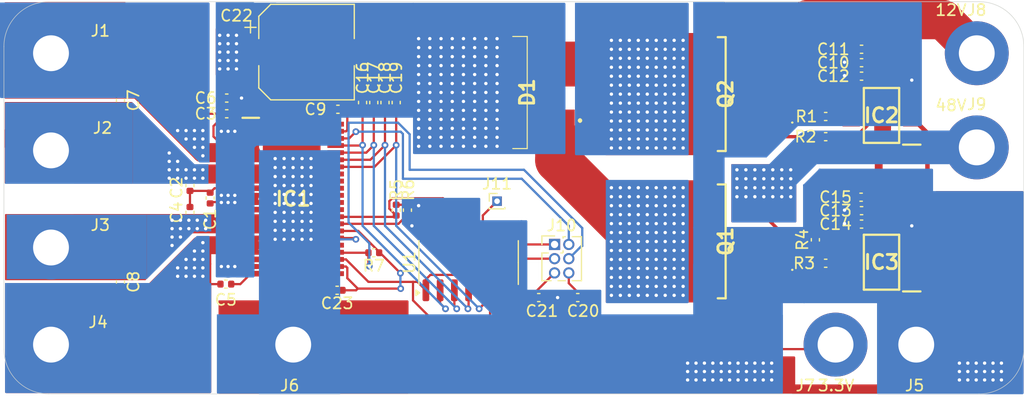
<source format=kicad_pcb>
(kicad_pcb (version 20240108) (generator "pcbnew") (generator_version "8.0")
  (layers (0 "F.Cu" signal) (31 "B.Cu" signal) (34 "B.Paste" user) (35 "F.Paste" user) (36 "B.SilkS" user "B.Silkscreen") (37 "F.SilkS" user "F.Silkscreen") (38 "B.Mask" user) (39 "F.Mask" user) (44 "Edge.Cuts" user))
  (net 0 "")
  (net 1 "Net-(IC1-CPH)")
  (net 2 "Net-(J3-Pin_1)")
  (net 3 "Net-(J4-Pin_1)")
  (net 4 "Net-(J1-Pin_1)")
  (net 5 "Net-(J2-Pin_1)")
  (net 6 "Net-(IC1-CPL)")
  (net 9 "/DRV8262/VM")
  (net 10 "/Mosfets/A2_65V")
  (net 11 "GND")
  (net 12 "Net-(IC1-VCP)")
  (net 13 "+48V")
  (net 14 "+12V")
  (net 15 "/Mosfets/A1_12V")
  (net 16 "Net-(IC2-OUTPUT_1)")
  (net 18 "Net-(Q2-G)")
  (net 19 "Net-(IC3-OUTPUT_1)")
  (net 21 "Net-(Q1-G)")
  (net 22 "/Attiny/IN1")
  (net 23 "/Attiny/IN2")
  (net 24 "+3.3V")
  (net 25 "/Attiny/IN3")
  (net 26 "/Attiny/IN4")
  (net 27 "/Attiny/12V_sel")
  (net 28 "/Attiny/sens1")
  (net 29 "/Attiny/sens2")
  (net 30 "/Attiny/trg2")
  (net 31 "/Attiny/trg1")
  (net 32 "Net-(IC1-DVDD)")
  (net 33 "/DRV8262/enable")
  (net 34 "/DRV8262/fault")
  (net 35 "/Attiny/SCL")
  (net 36 "/Attiny/SDA")
  (net 37 "/Attiny/UPDI")
  (footprint "MountingHole:MountingHole_3.2mm_M3_ISO7380_Pad_TopBottom" (layer "F.Cu") (at 103.2 59.6)
    (property "Reference" "J1")
    (property "Value" "OUT1")
  )
  (footprint "Capacitor_SMD:C_0402_1005Metric" (layer "F.Cu") (at 175.52 61.645 180)
    (property "Reference" "C12")
    (property "Value" "4.7uF" (hide yes))
  )
  (footprint "IRF9530N:IRF9530NSTRLPBF" (layer "F.Cu") (at 160.49 76.385 90)
    (property "Reference" "Q1")
    (property "Value" "IRF9530NSTRLPBF" (hide yes))
  )
  (footprint "Capacitor_SMD:C_0402_1005Metric" (layer "F.Cu") (at 175.52 73.645 180)
    (property "Reference" "C13")
    (property "Value" "0.1uF" (hide yes))
  )
  (footprint "MountingHole:MountingHole_3.2mm_M3_ISO7380_Pad_TopBottom" (layer "F.Cu") (at 185.8 68)
    (property "Reference" "J9")
    (property "Value" "48V")
  )
  (footprint "Package_SO:SOIC-14_3.9x8.7mm_P1.27mm" (layer "F.Cu") (at 140.46 78.275 90)
    (property "Reference" "U1")
    (property "Value" "ATtiny1624-SS")
  )
  (footprint "IRF9530N:IRF9530NSTRLPBF" (layer "F.Cu") (at 160.49 63.245 90)
    (property "Reference" "Q2")
    (property "Value" "IRF9530NSTRLPBF" (hide yes))
  )
  (footprint "Capacitor_SMD:C_0402_1005Metric" (layer "F.Cu") (at 128.73 80.75 180)
    (property "Reference" "C23")
    (property "Value" "1uF" (hide yes))
  )
  (footprint "Capacitor_SMD:C_0402_1005Metric" (layer "F.Cu") (at 175.52 74.845 180)
    (property "Reference" "C14")
    (property "Value" "4.7uF" (hide yes))
  )
  (footprint "Capacitor_SMD:C_0402_1005Metric" (layer "F.Cu") (at 132 64 90)
    (property "Reference" "C17")
    (property "Value" "10uF" (hide yes))
  )
  (footprint "Capacitor_SMD:C_0402_1005Metric" (layer "F.Cu") (at 175.52 59.245)
    (property "Reference" "C11")
    (property "Value" "10uF" (hide yes))
  )
  (footprint "Capacitor_SMD:C_0402_1005Metric" (layer "F.Cu") (at 135 73.6 -90)
    (property "Reference" "R6")
    (property "Value" "1.6k" (hide yes))
  )
  (footprint "Connector_PinHeader_1.27mm:PinHeader_2x03_P1.27mm_Vertical" (layer "F.Cu") (at 148.13 76.66)
    (property "Reference" "J10")
    (property "Value" "Conn_02x03_Odd_Even" (hide yes))
  )
  (footprint "Capacitor_SMD:C_0402_1005Metric" (layer "F.Cu") (at 150.2 81.4 180)
    (property "Reference" "C20")
    (property "Value" "10uF" (hide yes))
  )
  (footprint "Capacitor_SMD:C_0402_1005Metric" (layer "F.Cu") (at 118.8 80.2)
    (property "Reference" "C5")
    (property "Value" "1nF 100V" (hide yes))
  )
  (footprint "MountingHole:MountingHole_3.2mm_M3_ISO7380_Pad_TopBottom" (layer "F.Cu") (at 103.2 68.266666)
    (property "Reference" "J2")
    (property "Value" "OUT2")
  )
  (footprint "Capacitor_SMD:C_0402_1005Metric" (layer "F.Cu") (at 109.4 80 -90)
    (property "Reference" "C8")
    (property "Value" "1nF 100V" (hide yes))
  )
  (footprint "MountingHole:MountingHole_3.2mm_M3_ISO7380_Pad_TopBottom" (layer "F.Cu") (at 180.4 85.6)
    (property "Reference" "J5")
    (property "Value" "GND")
  )
  (footprint "MountingHole:MountingHole_3.2mm_M3_ISO7380_Pad_TopBottom" (layer "F.Cu") (at 173.2 85.6)
    (property "Reference" "J7")
    (property "Value" "3.3V")
  )
  (footprint "Capacitor_SMD:C_0402_1005Metric" (layer "F.Cu") (at 117.4 72.52 90)
    (property "Reference" "C1")
    (property "Value" "10nF 100V" (hide yes))
  )
  (footprint "Capacitor_SMD:C_0402_1005Metric" (layer "F.Cu") (at 175.48 72.445)
    (property "Reference" "C15")
    (property "Value" "10uF" (hide yes))
  )
  (footprint "FPGA_PCB:TC4422SOIC127P600X175-8N" (layer "F.Cu") (at 177.3 65.15 180)
    (property "Reference" "IC2")
    (property "Value" "TC4421AVOA" (hide yes))
  )
  (footprint "Capacitor_SMD:C_0402_1005Metric" (layer "F.Cu") (at 118.88 65 180)
    (property "Reference" "C3")
    (property "Value" "1nF 100V" (hide yes))
  )
  (footprint "Capacitor_SMD:CP_Elec_8x11.9" (layer "F.Cu") (at 126 59.5)
    (property "Reference" "C22")
    (property "Value" "C_Polarized" (hide yes))
  )
  (footprint "Capacitor_SMD:C_0402_1005Metric" (layer "F.Cu") (at 131 64 90)
    (property "Reference" "C16")
    (property "Value" "10uF" (hide yes))
  )
  (footprint "MountingHole:MountingHole_3.2mm_M3_ISO7380_Pad_TopBottom" (layer "F.Cu") (at 103.2 76.933332)
    (property "Reference" "J3")
    (property "Value" "OUT4")
  )
  (footprint "Capacitor_SMD:C_0402_1005Metric" (layer "F.Cu") (at 128.8 64.6 180)
    (property "Reference" "C9")
    (property "Value" "100nF 100V" (hide yes))
  )
  (footprint "MountingHole:MountingHole_3.2mm_M3_ISO7380_Pad_TopBottom" (layer "F.Cu") (at 103.2 85.6)
    (property "Reference" "J4")
    (property "Value" "OUT3")
  )
  (footprint "Capacitor_SMD:C_0402_1005Metric" (layer "F.Cu") (at 109.4 63.8 -90)
    (property "Reference" "C7")
    (property "Value" "1nF 100V" (hide yes))
  )
  (footprint "V20DM100C:V20DM100C" (layer "F.Cu") (at 136.9 63.105 90)
    (property "Reference" "D1")
    (property "Value" "V20DM100C-M3_I" (hide yes))
  )
  (footprint "MountingHole:MountingHole_3.2mm_M3_ISO7380_Pad_TopBottom" (layer "F.Cu") (at 185.8 59.6)
    (property "Reference" "J8")
    (property "Value" "12V")
  )
  (footprint "Capacitor_SMD:C_0402_1005Metric" (layer "F.Cu") (at 175.52 60.445 180)
    (property "Reference" "C10")
    (property "Value" "0.1uF" (hide yes))
  )
  (footprint "Capacitor_SMD:C_0402_1005Metric" (layer "F.Cu") (at 134 64 90)
    (property "Reference" "C19")
    (property "Value" "10uF" (hide yes))
  )
  (footprint "Capacitor_SMD:C_0402_1005Metric" (layer "F.Cu") (at 115.6 73.8 90)
    (property "Reference" "C4")
    (property "Value" "1nF 100V" (hide yes))
  )
  (footprint "Capacitor_SMD:C_0402_1005Metric" (layer "F.Cu") (at 172.32 78.34 180)
    (property "Reference" "R3")
    (property "Value" "0.75" (hide yes))
  )
  (footprint "FPGA_PCB:DRV8262" (layer "F.Cu") (at 124.812 72.598)
    (property "Reference" "IC1")
    (property "Value" "DRV8262DDWR" (hide yes))
  )
  (footprint "FPGA_PCB:TC4422SOIC127P600X175-8N" (layer "F.Cu") (at 177.3 78.245 180)
    (property "Reference" "IC3")
    (property "Value" "TC4422AVOA" (hide yes))
  )
  (footprint "Capacitor_SMD:C_0402_1005Metric" (layer "F.Cu") (at 133 64 90)
    (property "Reference" "C18")
    (property "Value" "10uF" (hide yes))
  )
  (footprint "Capacitor_SMD:C_0402_1005Metric" (layer "F.Cu") (at 115.6 71.4 90)
    (property "Reference" "C2")
    (property "Value" "1nF 100V" (hide yes))
  )
  (footprint "Capacitor_SMD:C_0402_1005Metric" (layer "F.Cu") (at 172.32 65.245 180)
    (property "Reference" "R1")
    (property "Value" "0.75" (hide yes))
  )
  (footprint "Capacitor_SMD:C_0402_1005Metric" (layer "F.Cu") (at 134 73.6 -90)
    (property "Reference" "R5")
    (property "Value" "1.6k" (hide yes))
  )
  (footprint "Capacitor_SMD:C_0402_1005Metric" (layer "F.Cu") (at 146.72 81.4)
    (property "Reference" "C21")
    (property "Value" "10uF" (hide yes))
  )
  (footprint "Connector_PinHeader_1.00mm:PinHeader_1x01_P1.00mm_Vertical" (layer "F.Cu") (at 143 72.8)
    (property "Reference" "J11")
    (property "Value" "Conn_01x01" (hide yes))
  )
  (footprint "MountingHole:MountingHole_3.2mm_M3_ISO7380_Pad_TopBottom" (layer "F.Cu") (at 124.812 85.6)
    (property "Reference" "J6")
    (property "Value" "PGND")
  )
  (footprint "Capacitor_SMD:C_0402_1005Metric" (layer "F.Cu") (at 118.88 63.6)
    (property "Reference" "C6")
    (property "Value" "10nF 100V" (hide yes))
  )
  (footprint "Capacitor_SMD:C_0402_1005Metric" (layer "F.Cu") (at 172.32 67.045)
    (property "Reference" "R2")
    (property "Value" "100k" (hide yes))
  )
  (footprint "Capacitor_SMD:C_0402_1005Metric" (layer "F.Cu") (at 171.4 76.245 90)
    (property "Reference" "R4")
    (property "Value" "100k" (hide yes))
  )
  (footprint "Capacitor_SMD:C_0402_1005Metric" (layer "F.Cu") (at 132 77.4 180)
    (property "Reference" "R7")
    (property "Value" "10k" (hide yes))
  )
  (gr_rect (start 115.8 77.4) (end 117.4 78.4) (stroke (width 0.2)) (fill solid) (layer "F.Cu") (net 3))
  (gr_rect (start 135 86.75) (end 169.5 89.875) (stroke (width 0.2)) (fill solid) (layer "F.Cu") (net 11))
  (gr_rect (start 114.8 62.8) (end 117.2 65.4) (stroke (width 0.1)) (fill solid) (layer "F.Cu") (net 4))
  (gr_rect (start 118.2 78.4325) (end 121.6 78.8325) (stroke (width 0.05)) (fill solid) (layer "F.Cu") (net 9))
  (gr_rect (start 118.1 66.266) (end 119.9 66.866) (stroke (width 0.2)) (fill solid) (layer "F.Cu") (net 9))
  (gr_rect (start 99.15 74.6) (end 111.6 79.8) (stroke (width 0.1)) (fill solid) (layer "F.Cu") (net 2))
  (gr_rect (start 118.1 72) (end 119.9 73.2) (stroke (width 0.1)) (fill solid) (layer "F.Cu") (net 9))
  (gr_poly (pts (xy 103.2 71) (xy 105.8 71) (xy 105.4 70)) (stroke (width 0.2)) (fill solid) (layer "F.Cu") (net 5))
  (gr_rect (start 99.125 64) (end 110.4 68) (stroke (width 0.1)) (fill solid) (layer "F.Cu") (net 5))
  (gr_rect (start 118.2 72.16) (end 121.6 73.04) (stroke (width 0.2)) (fill solid) (layer "F.Cu") (net 9))
  (gr_rect (start 118 57.5) (end 125 61.5) (stroke (width 0.2)) (fill solid) (layer "F.Cu") (net 9))
  (gr_poly (pts (xy 103.2 62.4) (xy 109.6 62.4) (xy 107.6 60.2) (xy 105.8 60.2)) (stroke (width 0.1)) (fill solid) (layer "F.Cu") (net 4))
  (gr_poly (pts (xy 107.8 59) (xy 111 59) (xy 117 65) (xy 117 67.8)) (stroke (width 0.5)) (fill solid) (layer "F.Cu") (net 4))
  (gr_rect (start 182.25 72) (end 189.875 89.875) (stroke (width 0.2)) (fill solid) (layer "F.Cu") (net 11))
  (gr_rect (start 164 69.6) (end 169.6 74.6) (stroke (width 0.2)) (fill solid) (layer "F.Cu") (net 13))
  (gr_rect (start 118.1 78.3325) (end 119.9 78.9325) (stroke (width 0.2)) (fill solid) (layer "F.Cu") (net 9))
  (gr_rect (start 99.175 55.15) (end 109.8 60.6) (stroke (width 0.2)) (fill solid) (layer "F.Cu") (net 4))
  (gr_rect (start 99.15 74) (end 120.2 74.6) (stroke (width 0.1)) (fill solid) (layer "F.Cu") (net 2))
  (gr_rect (start 169.375 89.25) (end 189.325 89.9) (stroke (width 0.2)) (fill solid) (layer "F.Cu") (net 11))
  (gr_rect (start 99.2 80.2) (end 117.4 89.825) (stroke (width 0.2)) (fill solid) (layer "F.Cu") (net 3))
  (gr_rect (start 118.2 66.366) (end 121.6 66.766) (stroke (width 0.05)) (fill solid) (layer "F.Cu") (net 9))
  (gr_rect (start 126 55.225) (end 134.5 63.75) (stroke (width 0.2)) (fill solid) (layer "F.Cu") (net 11))
  (gr_rect (start 109.8 55.125) (end 117.2 62.8) (stroke (width 0.1)) (fill solid) (layer "F.Cu") (net 4))
  (gr_rect (start 105.2 65.4) (end 111.6 70.6) (stroke (width 0.01)) (fill solid) (layer "F.Cu") (net 5))
  (gr_poly (pts (xy 110.8 63.6) (xy 99.125 63.6) (xy 99.125 60) (xy 101 60) (xy 101.6 61) (xy 102.6 61.8) (xy 110 61.8)) (stroke (width 0.1)) (fill solid) (layer "F.Cu") (net 4))
  (gr_poly (pts (xy 99.075 66.4) (xy 99.075 71.2) (xy 116.6 71.2) (xy 116.6 71) (xy 102.2 68.4)) (fill solid) (layer "F.Cu") (net 5))
  (gr_rect (start 114.2 78.4) (end 117.4 80.2) (stroke (width 0.2)) (fill solid) (layer "F.Cu") (net 3))
  (gr_poly (pts (xy 105.2 65.4) (xy 103.2 65.4) (xy 105.2 66.4)) (stroke (width 0.01)) (fill solid) (layer "F.Cu") (net 5))
  (gr_rect (start 118.25 81.75) (end 135 89.9) (stroke (width 0.2)) (fill solid) (layer "F.Cu") (net 11))
  (gr_rect (start 122.2 62.1) (end 127.15 86) (stroke (width 0.2)) (fill solid) (layer "F.Cu") (net 11))
  (gr_poly (pts (xy 111.6 79.8) (xy 115.8 75.6) (xy 111.6 75.6)) (stroke (width 0.1)) (fill solid) (layer "F.Cu") (net 2))
  (gr_poly (pts (xy 110.4 64) (xy 116 69.6) (xy 110.4 69.6)) (stroke (width 0.1)) (fill solid) (layer "F.Cu") (net 5))
  (gr_rect (start 99.2 80.2) (end 117.4 89.825) (stroke (width 0.2)) (fill solid) (layer "B.Cu") (net 3))
  (gr_rect (start 171.8 70) (end 181.8 72) (stroke (width 0.2)) (fill solid) (layer "B.Cu") (net 11))
  (gr_rect (start 145.2 74.6) (end 145.6 88.4) (stroke (width 0.2)) (fill solid) (layer "B.Cu") (net 11))
  (gr_poly (pts (xy 110.5 64) (xy 116 69.5) (xy 117.25 69.5) (xy 117.25 71.25) (xy 110.5 71.25)) (fill solid) (layer "B.Cu") (net 5))
  (gr_rect (start 177 72) (end 189.875 89.925) (stroke (width 0.2)) (fill solid) (layer "B.Cu") (net 11))
  (gr_rect (start 122.75 61.75) (end 125 63.5) (stroke (width 0.2)) (fill solid) (layer "B.Cu") (net 9))
  (gr_rect (start 163.2 55.15) (end 180.8 66) (stroke (width 0.2)) (fill solid) (layer "B.Cu") (net 11))
  (gr_rect (start 121 55.2) (end 123.25 65.75) (stroke (width 0.2)) (fill solid) (layer "B.Cu") (net 9))
  (gr_rect (start 121 55.2) (end 135.5 65.25) (stroke (width 0.2)) (fill solid) (layer "B.Cu") (net 9))
  (gr_rect (start 118.1 83) (end 168.4 89.875) (stroke (width 0.2)) (fill solid) (layer "B.Cu") (net 11))
  (gr_rect (start 99.25 74) (end 111.75 79.75) (fill solid) (layer "B.Cu") (net 2))
  (gr_rect (start 160.6 75.2) (end 170.4 81.8) (stroke (width 0.2)) (fill solid) (layer "B.Cu") (net 11))
  (gr_poly (pts (xy 145.2 83) (xy 143.4 83) (xy 135 74.6) (xy 145.2 74.6)) (stroke (width 0.2)) (fill solid) (layer "B.Cu") (net 11))
  (gr_poly (pts (xy 171.8 70) (xy 170.4 71.4) (xy 171.8 71.4)) (stroke (width 0.2)) (fill solid) (layer "B.Cu") (net 11))
  (gr_rect (start 99.1 64) (end 110.5 71.25) (fill solid) (layer "B.Cu") (net 5))
  (gr_rect (start 135.6 55.2) (end 149 68.5) (stroke (width 0.2)) (fill solid) (layer "B.Cu") (net 9))
  (gr_rect (start 119.75 65.25) (end 129 67.75) (stroke (width 0.2)) (fill solid) (layer "B.Cu") (net 9))
  (gr_rect (start 118 55.15) (end 121.25 79.5) (stroke (width 0.2)) (fill solid) (layer "B.Cu") (net 9))
  (gr_poly (pts (xy 117.25 63.5) (xy 117.25 69.25) (xy 116.5 69.25) (xy 110.75 63.5)) (stroke (width 0.2)) (fill solid) (layer "B.Cu") (net 4))
  (gr_rect (start 160.6 78.5) (end 168.4 88.4) (stroke (width 0.2)) (fill solid) (layer "B.Cu") (net 11))
  (gr_poly (pts (xy 111.75 79.75) (xy 116 75.5) (xy 117.5 75.5) (xy 117.5 74) (xy 111.75 74)) (fill solid) (layer "B.Cu") (net 2))
  (gr_rect (start 150.05 55.2) (end 160 68.6) (stroke (width 0.2)) (fill solid) (layer "B.Cu") (net 10))
  (gr_rect (start 164 69.6) (end 169.6 74.6) (stroke (width 0.2)) (fill solid) (layer "B.Cu") (net 13))
  (gr_rect (start 152.8 71) (end 160 81.8) (stroke (width 0.2)) (fill solid) (layer "B.Cu") (net 15))
  (gr_rect (start 119.75 67.75) (end 121.25 79.5) (stroke (width 0.2)) (fill solid) (layer "B.Cu") (net 9))
  (gr_rect (start 98.75 55.175) (end 117.25 63.5) (stroke (width 0.2)) (fill solid) (layer "B.Cu") (net 4))
  (gr_rect (start 170.4 71.4) (end 177 81.8) (stroke (width 0.2)) (fill solid) (layer "B.Cu") (net 11))
  (gr_rect (start 145.6 80.8) (end 152.2 83) (stroke (width 0.2)) (fill solid) (layer "B.Cu") (net 11))
  (gr_poly (pts (xy 136.6 72.6) (xy 141.4 72.6) (xy 141.4 77.2) (xy 137.6 77.2) (xy 136.6 76.2)) (stroke (width 0.2)) (fill solid) (layer "B.Cu") (net 11))
  (gr_rect (start 160.6 55.1) (end 163.2 75.2) (stroke (width 0.2)) (fill solid) (layer "B.Cu") (net 11))
  (gr_poly (pts (xy 143.4 83) (xy 136.6 76.2) (xy 136.6 72.6) (xy 134.6 72.6) (xy 134.6 74.8) (xy 142.8 83)) (stroke (width 0.2)) (fill solid) (layer "B.Cu") (net 11))
  (gr_poly (pts (xy 167 68.8) (xy 169.8 66) (xy 167 66)) (stroke (width 0.2)) (fill solid) (layer "B.Cu") (net 11))
  (gr_rect (start 163.2 66) (end 167 68.8) (stroke (width 0.2)) (fill solid) (layer "B.Cu") (net 11))
  (gr_rect (start 121.75 68.25) (end 129 90.025) (fill solid) (layer "B.Cu") (net 11))
  (gr_poly (pts (xy 117.25 80.25) (xy 117.25 76) (xy 116.25 76) (xy 112 80.25)) (stroke (width 0.2)) (fill solid) (layer "B.Cu") (net 3))
  (gr_line (start 190 86) (end 190 59) (stroke (width 0.05)) (layer "Edge.Cuts"))
  (gr_line (start 99 59) (end 99 86) (stroke (width 0.05)) (layer "Edge.Cuts"))
  (gr_arc (start 99 59) (mid 100.171573 56.171573) (end 103 55) (stroke (width 0.05)) (layer "Edge.Cuts"))
  (gr_arc (start 190 86) (mid 188.828427 88.828427) (end 186 90) (stroke (width 0.05)) (layer "Edge.Cuts"))
  (gr_arc (start 103 90) (mid 100.171573 88.828427) (end 99 86) (stroke (width 0.05)) (layer "Edge.Cuts"))
  (gr_arc (start 186 55) (mid 188.828427 56.171573) (end 190 59) (stroke (width 0.05)) (layer "Edge.Cuts"))
  (gr_line (start 186 55) (end 103 55) (stroke (width 0.05)) (layer "Edge.Cuts"))
  (gr_line (start 103 90) (end 186 90) (stroke (width 0.05)) (layer "Edge.Cuts"))
  (segment (start 128.32 64.6) (end 128.32 65.65) (width 0.2) (layer "F.Cu") (net 1))
  (segment (start 128.32 65.65) (end 128.6 65.93) (width 0.2) (layer "F.Cu") (net 1))
  (segment (start 105.313332 74.82) (end 121.024 74.82) (width 1.7) (layer "F.Cu") (net 2))
  (segment (start 103.2 76.933332) (end 105.313332 74.82) (width 1.5) (layer "F.Cu") (net 2))
  (via (at 116.25 74.5) (size 0.6) (drill 0.3) (layers "F.Cu" "B.Cu") (net 2))
  (via (at 114.75 76) (size 0.6) (drill 0.3) (layers "F.Cu" "B.Cu") (net 2))
  (via (at 114.75 75.25) (size 0.6) (drill 0.3) (layers "F.Cu" "B.Cu") (net 2))
  (via (at 116.25 75.25) (size 0.6) (drill 0.3) (layers "F.Cu" "B.Cu") (net 2))
  (via (at 114 76) (size 0.6) (drill 0.3) (layers "F.Cu" "B.Cu") (net 2))
  (via (at 115.5 75.25) (size 0.6) (drill 0.3) (layers "F.Cu" "B.Cu") (net 2))
  (via (at 114 76.75) (size 0.6) (drill 0.3) (layers "F.Cu" "B.Cu") (net 2))
  (via (at 115.5 74.5) (size 0.6) (drill 0.3) (layers "F.Cu" "B.Cu") (net 2))
  (via (at 114 74.5) (size 0.6) (drill 0.3) (layers "F.Cu" "B.Cu") (net 2))
  (via (at 114 75.25) (size 0.6) (drill 0.3) (layers "F.Cu" "B.Cu") (net 2))
  (via (at 117 74.5) (size 0.6) (drill 0.3) (layers "F.Cu" "B.Cu") (net 2))
  (via (at 117 75.25) (size 0.6) (drill 0.3) (layers "F.Cu" "B.Cu") (net 2))
  (via (at 114.75 74.5) (size 0.6) (drill 0.3) (layers "F.Cu" "B.Cu") (net 2))
  (segment (start 116.474 76.726) (end 121.024 76.726) (width 1.6) (layer "F.Cu") (net 3))
  (segment (start 107.6 85.6) (end 116.474 76.726) (width 1.6) (layer "F.Cu") (net 3))
  (segment (start 103.2 85.6) (end 107.6 85.6) (width 1.6) (layer "F.Cu") (net 3))
  (segment (start 116.7 80.2) (end 115.8 79.3) (width 0.2) (layer "F.Cu") (net 3))
  (segment (start 118.32 80.2) (end 116.7 80.2) (width 0.2) (layer "F.Cu") (net 3))
  (via (at 115.25 78.75) (size 0.6) (drill 0.3) (layers "F.Cu" "B.Cu") (net 3))
  (via (at 114.5 79.5) (size 0.6) (drill 0.3) (layers "F.Cu" "B.Cu") (net 3))
  (via (at 116 77.25) (size 0.6) (drill 0.3) (layers "F.Cu" "B.Cu") (net 3))
  (via (at 115.25 79.5) (size 0.6) (drill 0.3) (layers "F.Cu" "B.Cu") (net 3))
  (via (at 114.5 78.75) (size 0.6) (drill 0.3) (layers "F.Cu" "B.Cu") (net 3))
  (via (at 116 78) (size 0.6) (drill 0.3) (layers "F.Cu" "B.Cu") (net 3))
  (via (at 116.75 78) (size 0.6) (drill 0.3) (layers "F.Cu" "B.Cu") (net 3))
  (via (at 116.75 79.5) (size 0.6) (drill 0.3) (layers "F.Cu" "B.Cu") (net 3))
  (via (at 116.75 77.25) (size 0.6) (drill 0.3) (layers "F.Cu" "B.Cu") (net 3))
  (via (at 116 78.75) (size 0.6) (drill 0.3) (layers "F.Cu" "B.Cu") (net 3))
  (via (at 116.75 78.75) (size 0.6) (drill 0.3) (layers "F.Cu" "B.Cu") (net 3))
  (via (at 116 79.5) (size 0.6) (drill 0.3) (layers "F.Cu" "B.Cu") (net 3))
  (via (at 115.25 78) (size 0.6) (drill 0.3) (layers "F.Cu" "B.Cu") (net 3))
  (via (at 116.75 76.5) (size 0.6) (drill 0.3) (layers "F.Cu" "B.Cu") (net 3))
  (segment (start 118.4 65) (end 116.9 65) (width 0.2) (layer "F.Cu") (net 4))
  (segment (start 116.9 65) (end 116 64.1) (width 0.2) (layer "F.Cu") (net 4))
  (segment (start 121.024 68.47) (end 116.67 68.47) (width 1.7) (layer "F.Cu") (net 4))
  (segment (start 116.67 68.47) (end 107.8 59.6) (width 1.7) (layer "F.Cu") (net 4))
  (segment (start 107.8 59.6) (end 103.2 59.6) (width 1.7) (layer "F.Cu") (net 4))
  (via (at 114.5 66.5) (size 0.6) (drill 0.3) (layers "F.Cu" "B.Cu") (net 4))
  (via (at 115.25 67.25) (size 0.6) (drill 0.3) (layers "F.Cu" "B.Cu") (net 4))
  (via (at 116.75 68.75) (size 0.6) (drill 0.3) (layers "F.Cu" "B.Cu") (net 4))
  (via (at 116 68) (size 0.6) (drill 0.3) (layers "F.Cu" "B.Cu") (net 4))
  (via (at 116.75 66.5) (size 0.6) (drill 0.3) (layers "F.Cu" "B.Cu") (net 4))
  (via (at 116 67.25) (size 0.6) (drill 0.3) (layers "F.Cu" "B.Cu") (net 4))
  (via (at 116 66.5) (size 0.6) (drill 0.3) (layers "F.Cu" "B.Cu") (net 4))
  (via (at 116.75 67.25) (size 0.6) (drill 0.3) (layers "F.Cu" "B.Cu") (net 4))
  (via (at 115.25 66.5) (size 0.6) (drill 0.3) (layers "F.Cu" "B.Cu") (net 4))
  (via (at 116.75 68) (size 0.6) (drill 0.3) (layers "F.Cu" "B.Cu") (net 4))
  (segment (start 121.024 70.376) (end 105.309334 70.376) (width 1.7) (layer "F.Cu") (net 5))
  (segment (start 105.309334 70.376) (end 103.2 68.266666) (width 0.2) (layer "F.Cu") (net 5))
  (via (at 113.75 70) (size 0.6) (drill 0.3) (layers "F.Cu" "B.Cu") (net 5))
  (via (at 113.75 69.25) (size 0.6) (drill 0.3) (layers "F.Cu" "B.Cu") (net 5))
  (via (at 116.75 70.75) (size 0.6) (drill 0.3) (layers "F.Cu" "B.Cu") (net 5))
  (via (at 114.5 70.75) (size 0.6) (drill 0.3) (layers "F.Cu" "B.Cu") (net 5))
  (via (at 115.25 70) (size 0.6) (drill 0.3) (layers "F.Cu" "B.Cu") (net 5))
  (via (at 113.75 70.75) (size 0.6) (drill 0.3) (layers "F.Cu" "B.Cu") (net 5))
  (via (at 116.75 70) (size 0.6) (drill 0.3) (layers "F.Cu" "B.Cu") (net 5))
  (via (at 114.5 69.25) (size 0.6) (drill 0.3) (layers "F.Cu" "B.Cu") (net 5))
  (via (at 114.5 70) (size 0.6) (drill 0.3) (layers "F.Cu" "B.Cu") (net 5))
  (via (at 116 70) (size 0.6) (drill 0.3) (layers "F.Cu" "B.Cu") (net 5))
  (via (at 113.75 68.5) (size 0.6) (drill 0.3) (layers "F.Cu" "B.Cu") (net 5))
  (via (at 116 70.75) (size 0.6) (drill 0.3) (layers "F.Cu" "B.Cu") (net 5))
  (via (at 115.25 70.75) (size 0.6) (drill 0.3) (layers "F.Cu" "B.Cu") (net 5))
  (segment (start 129.519 66.566) (end 128.6 66.566) (width 0.2) (layer "F.Cu") (net 6))
  (segment (start 129.6375 64.9575) (end 129.6375 66.4475) (width 0.2) (layer "F.Cu") (net 6))
  (segment (start 129.28 64.6) (end 129.6375 64.9575) (width 0.2) (layer "F.Cu") (net 6))
  (segment (start 129.6375 66.4475) (end 129.519 66.566) (width 0.2) (layer "F.Cu") (net 6))
  (segment (start 119.36 63.6) (end 120.2 63.6) (width 0.2) (layer "F.Cu") (net 9))
  (segment (start 117.4 72.88) (end 118.72 72.88) (width 0.2) (layer "F.Cu") (net 9))
  (segment (start 118.72 72.88) (end 119 72.6) (width 0.2) (layer "F.Cu") (net 9))
  (via (at 138 63.9) (size 0.6) (drill 0.3) (layers "F.Cu" "B.Cu") (net 9))
  (via (at 142 67.9) (size 0.6) (drill 0.3) (layers "F.Cu" "B.Cu") (net 9))
  (via (at 140 61.5) (size 0.6) (drill 0.3) (layers "F.Cu" "B.Cu") (net 9))
  (via (at 118.4 72.28) (size 0.6) (drill 0.3) (layers "F.Cu" "B.Cu") (net 9))
  (via (at 136 64.7) (size 0.6) (drill 0.3) (layers "F.Cu" "B.Cu") (net 9))
  (via (at 118.4 78.63) (size 0.6) (drill 0.3) (layers "F.Cu" "B.Cu") (net 9))
  (via (at 140 60.7) (size 0.6) (drill 0.3) (layers "F.Cu" "B.Cu") (net 9))
  (via (at 140 58.3) (size 0.6) (drill 0.3) (layers "F.Cu" "B.Cu") (net 9))
  (via (at 119.6 66.566) (size 0.6) (drill 0.3) (layers "F.Cu" "B.Cu") (net 9))
  (via (at 137 58.3) (size 0.6) (drill 0.3) (layers "F.Cu" "B.Cu") (net 9))
  (via (at 139 63.9) (size 0.6) (drill 0.3) (layers "F.Cu" "B.Cu") (net 9))
  (via (at 140 63.1) (size 0.6) (drill 0.3) (layers "F.Cu" "B.Cu") (net 9))
  (via (at 143 59.9) (size 0.6) (drill 0.3) (layers "F.Cu" "B.Cu") (net 9))
  (via (at 136 62.3) (size 0.6) (drill 0.3) (layers "F.Cu" "B.Cu") (net 9))
  (via (at 142 67.1) (size 0.6) (drill 0.3) (layers "F.Cu" "B.Cu") (net 9))
  (via (at 140 66.3) (size 0.6) (drill 0.3) (layers "F.Cu" "B.Cu") (net 9))
  (via (at 119.6 72.28) (size 0.6) (drill 0.3) (layers "F.Cu" "B.Cu") (net 9))
  (via (at 142 63.1) (size 0.6) (drill 0.3) (layers "F.Cu" "B.Cu") (net 9))
  (via (at 119 72.28) (size 0.6) (drill 0.3) (layers "F.Cu" "B.Cu") (net 9))
  (via (at 136 61.5) (size 0.6) (drill 0.3) (layers "F.Cu" "B.Cu") (net 9))
  (via (at 140 63.9) (size 0.6) (drill 0.3) (layers "F.Cu" "B.Cu") (net 9))
  (via (at 137 67.1) (size 0.6) (drill 0.3) (layers "F.Cu" "B.Cu") (net 9))
  (via (at 119 66.566) (size 0.6) (drill 0.3) (layers "F.Cu" "B.Cu") (net 9))
  (via (at 119 59.5) (size 0.6) (drill 0.3) (layers "F.Cu" "B.Cu") (net 9))
  (via (at 137 60.7) (size 0.6) (drill 0.3) (layers "F.Cu" "B.Cu") (net 9))
  (via (at 140 59.1) (size 0.6) (drill 0.3) (layers "F.Cu" "B.Cu") (net 9))
  (via (at 139 59.1) (size 0.6) (drill 0.3) (layers "F.Cu" "B.Cu") (net 9))
  (via (at 141 59.1) (size 0.6) (drill 0.3) (layers "F.Cu" "B.Cu") (net 9))
  (via (at 136 67.1) (size 0.6) (drill 0.3) (layers "F.Cu" "B.Cu") (net 9))
  (via (at 118.25 61) (size 0.6) (drill 0.3) (layers "F.Cu" "B.Cu") (net 9))
  (via (at 119 58) (size 0.6) (drill 0.3) (layers "F.Cu" "B.Cu") (net 9))
  (via (at 143 61.5) (size 0.6) (drill 0.3) (layers "F.Cu" "B.Cu") (net 9))
  (via (at 138 61.5) (size 0.6) (drill 0.3) (layers "F.Cu" "B.Cu") (net 9))
  (via (at 119 72.916) (size 0.6) (drill 0.3) (layers "F.Cu" "B.Cu") (net 9))
  (via (at 142 58.3) (size 0.6) (drill 0.3) (layers "F.Cu" "B.Cu") (net 9))
  (via (at 137 64.7) (size 0.6) (drill 0.3) (layers "F.Cu" "B.Cu") (net 9))
  (via (at 143 62.3) (size 0.6) (drill 0.3) (layers "F.Cu" "B.Cu") (net 9))
  (via (at 143 65.5) (size 0.6) (drill 0.3) (layers "F.Cu" "B.Cu") (net 9))
  (via (at 141 62.3) (size 0.6) (drill 0.3) (layers "F.Cu" "B.Cu") (net 9))
  (via (at 141 58.3) (size 0.6) (drill 0.3) (layers "F.Cu" "B.Cu") (net 9))
  (via (at 138 67.1) (size 0.6) (drill 0.3) (layers "F.Cu" "B.Cu") (net 9))
  (via (at 118.4 72.916) (size 0.6) (drill 0.3) (layers "F.Cu" "B.Cu") (net 9))
  (via (at 137 63.1) (size 0.6) (drill 0.3) (layers "F.Cu" "B.Cu") (net 9))
  (via (at 138 59.1) (size 0.6) (drill 0.3) (layers "F.Cu" "B.Cu") (net 9))
  (via (at 143 59.1) (size 0.6) (drill 0.3) (layers "F.Cu" "B.Cu") (net 9))
  (via (at 119.75 61) (size 0.6) (drill 0.3) (layers "F.Cu" "B.Cu") (net 9))
  (via (at 118.25 59.5) (size 0.6) (drill 0.3) (layers "F.Cu" "B.Cu") (net 9))
  (via (at 119.6 78.63) (size 0.6) (drill 0.3) (layers "F.Cu" "B.Cu") (net 9))
  (via (at 137 59.1) (size 0.6) (drill 0.3) (layers "F.Cu" "B.Cu") (net 9))
  (via (at 139 62.3) (size 0.6) (drill 0.3) (layers "F.Cu" "B.Cu") (net 9))
  (via (at 139 67.9) (size 0.6) (drill 0.3) (layers "F.Cu" "B.Cu") (net 9))
  (via (at 138 66.3) (size 0.6) (drill 0.3) (layers "F.Cu" "B.Cu") (net 9))
  (via (at 141 64.7) (size 0.6) (drill 0.3) (layers "F.Cu" "B.Cu") (net 9))
  (via (at 141 59.9) (size 0.6) (drill 0.3) (layers "F.Cu" "B.Cu") (net 9))
  (via (at 119 78.63) (size 0.6) (drill 0.3) (layers "F.Cu" "B.Cu") (net 9))
  (via (at 136 58.3) (size 0.6) (drill 0.3) (layers "F.Cu" "B.Cu") (net 9))
  (via (at 139 64.7) (size 0.6) (drill 0.3) (layers "F.Cu" "B.Cu") (net 9))
  (via (at 118.25 58.75) (size 0.6) (drill 0.3) (layers "F.Cu" "B.Cu") (net 9))
  (via (at 143 63.1) (size 0.6) (drill 0.3) (layers "F.Cu" "B.Cu") (net 9))
  (via (at 119.75 60.25) (size 0.6) (drill 0.3) (layers "F.Cu" "B.Cu") (net 9))
  (via (at 142 64.7) (size 0.6) (drill 0.3) (layers "F.Cu" "B.Cu") (net 9))
  (via (at 136 66.3) (size 0.6) (drill 0.3) (layers "F.Cu" "B.Cu") (net 9))
  (via (at 139 63.1) (size 0.6) (drill 0.3) (layers "F.Cu" "B.Cu") (net 9))
  (via (at 119.75 58) (size 0.6) (drill 0.3) (layers "F.Cu" "B.Cu") (net 9))
  (via (at 139 67.1) (size 0.6) (drill 0.3) (layers "F.Cu" "B.Cu") (net 9))
  (via (at 119.75 59.5) (size 0.6) (drill 0.3) (layers "F.Cu" "B.Cu") (net 9))
  (via (at 119 61) (size 0.6) (drill 0.3) (layers "F.Cu" "B.Cu") (net 9))
  (via (at 140 65.5) (size 0.6) (drill 0.3) (layers "F.Cu" "B.Cu") (net 9))
  (via (at 138 62.3) (size 0.6) (drill 0.3) (layers "F.Cu" "B.Cu") (net 9))
  (via (at 136 67.9) (size 0.6) (drill 0.3) (layers "F.Cu" "B.Cu") (net 9))
  (via (at 143 66.3) (size 0.6) (drill 0.3) (layers "F.Cu" "B.Cu") (net 9))
  (via (at 137 66.3) (size 0.6) (drill 0.3) (layers "F.Cu" "B.Cu") (net 9))
  (via (at 140 59.9) (size 0.6) (drill 0.3) (layers "F.Cu" "B.Cu") (net 9))
  (via (at 142 59.9) (size 0.6) (drill 0.3) (layers "F.Cu" "B.Cu") (net 9))
  (via (at 137 61.5) (size 0.6) (drill 0.3) (layers "F.Cu" "B.Cu") (net 9))
  (via (at 141 61.5) (size 0.6) (drill 0.3) (layers "F.Cu" "B.Cu") (net 9))
  (via (at 138 58.3) (size 0.6) (drill 0.3) (layers "F.Cu" "B.Cu") (net 9))
  (via (at 118.25 60.25) (size 0.6) (drill 0.3) (layers "F.Cu" "B.Cu") (net 9))
  (via (at 118.4 66.566) (size 0.6) (drill 0.3) (layers "F.Cu" "B.Cu") (net 9))
  (via (at 136 65.5) (size 0.6) (drill 0.3) (layers "F.Cu" "B.Cu") (net 9))
  (via (at 139 59.9) (size 0.6) (drill 0.3) (layers "F.Cu" "B.Cu") (net 9))
  (via (at 119.75 58.75) (size 0.6) (drill 0.3) (layers "F.Cu" "B.Cu") (net 9))
  (via (at 138 63.1) (size 0.6) (drill 0.3) (layers "F.Cu" "B.Cu") (net 9))
  (via (at 141 60.7) (size 0.6) (drill 0.3) (layers "F.Cu" "B.Cu") (net 9))
  (via (at 143 58.3) (size 0.6) (drill 0.3) (layers "F.Cu" "B.Cu") (net 9))
  (via (at 139 58.3) (size 0.6) (drill 0.3) (layers "F.Cu" "B.Cu") (net 9))
  (via (at 140 67.9) (size 0.6) (drill 0.3) (layers "F.Cu" "B.Cu") (net 9))
  (via (at 142 61.5) (size 0.6) (drill 0.3) (layers "F.Cu" "B.Cu") (net 9))
  (via (at 137 62.3) (size 0.6) (drill 0.3) (layers "F.Cu" "B.Cu") (net 9))
  (via (at 138 67.9) (size 0.6) (drill 0.3) (layers "F.Cu" "B.Cu") (net 9))
  (via (at 138 60.7) (size 0.6) (drill 0.3) (layers "F.Cu" "B.Cu") (net 9))
  (via (at 139 66.3) (size 0.6) (drill 0.3) (layers "F.Cu" "B.Cu") (net 9))
  (via (at 142 59.1) (size 0.6) (drill 0.3) (layers "F.Cu" "B.Cu") (net 9))
  (via (at 143 63.9) (size 0.6) (drill 0.3) (layers "F.Cu" "B.Cu") (net 9))
  (via (at 139 61.5) (size 0.6) (drill 0.3) (layers "F.Cu" "B.Cu") (net 9))
  (via (at 142 66.3) (size 0.6) (drill 0.3) (layers "F.Cu" "B.Cu") (net 9))
  (via (at 120.2 63.6) (size 0.6) (drill 0.3) (layers "F.Cu" "B.Cu") (net 9))
  (via (at 142 65.5) (size 0.6) (drill 0.3) (layers "F.Cu" "B.Cu") (net 9))
  (via (at 141 66.3) (size 0.6) (drill 0.3) (layers "F.Cu" "B.Cu") (net 9))
  (via (at 143 67.9) (size 0.6) (drill 0.3) (layers "F.Cu" "B.Cu") (net 9))
  (via (at 136 63.9) (size 0.6) (drill 0.3) (layers "F.Cu" "B.Cu") (net 9))
  (via (at 137 63.9) (size 0.6) (drill 0.3) (layers "F.Cu" "B.Cu") (net 9))
  (via (at 140 64.7) (size 0.6) (drill 0.3) (layers "F.Cu" "B.Cu") (net 9))
  (via (at 141 65.5) (size 0.6) (drill 0.3) (layers "F.Cu" "B.Cu") (net 9))
  (via (at 139 60.7) (size 0.6) (drill 0.3) (layers "F.Cu" "B.Cu") (net 9))
  (via (at 137 65.5) (size 0.6) (drill 0.3) (layers "F.Cu" "B.Cu") (net 9))
  (via (at 143 64.7) (size 0.6) (drill 0.3) (layers "F.Cu" "B.Cu") (net 9))
  (via (at 119 60.25) (size 0.6) (drill 0.3) (layers "F.Cu" "B.Cu") (net 9))
  (via (at 139 65.5) (size 0.6) (drill 0.3) (layers "F.Cu" "B.Cu") (net 9))
  (via (at 119 58.75) (size 0.6) (drill 0.3) (layers "F.Cu" "B.Cu") (net 9))
  (via (at 141 63.9) (size 0.6) (drill 0.3) (layers "F.Cu" "B.Cu") (net 9))
  (via (at 138 64.7) (size 0.6) (drill 0.3) (layers "F.Cu" "B.Cu") (net 9))
  (via (at 140 67.1) (size 0.6) (drill 0.3) (layers "F.Cu" "B.Cu") (net 9))
  (via (at 141 67.1) (size 0.6) (drill 0.3) (layers "F.Cu" "B.Cu") (net 9))
  (via (at 138 59.9) (size 0.6) (drill 0.3) (layers "F.Cu" "B.Cu") (net 9))
  (via (at 136 59.9) (size 0.6) (drill 0.3) (layers "F.Cu" "B.Cu") (net 9))
  (via (at 137 67.9) (size 0.6) (drill 0.3) (layers "F.Cu" "B.Cu") (net 9))
  (via (at 141 67.9) (size 0.6) (drill 0.3) (layers "F.Cu" "B.Cu") (net 9))
  (via (at 136 63.1) (size 0.6) (drill 0.3) (layers "F.Cu" "B.Cu") (net 9))
  (via (at 118.25 58) (size 0.6) (drill 0.3) (layers "F.Cu" "B.Cu") (net 9))
  (via (at 143 60.7) (size 0.6) (drill 0.3) (layers "F.Cu" "B.Cu") (net 9))
  (via (at 136 60.7) (size 0.6) (drill 0.3) (layers "F.Cu" "B.Cu") (net 9))
  (via (at 143 67.1) (size 0.6) (drill 0.3) (layers "F.Cu" "B.Cu") (net 9))
  (via (at 142 62.3) (size 0.6) (drill 0.3) (layers "F.Cu" "B.Cu") (net 9))
  (via (at 137 59.9) (size 0.6) (drill 0.3) (layers "F.Cu" "B.Cu") (net 9))
  (via (at 140 62.3) (size 0.6) (drill 0.3) (layers "F.Cu" "B.Cu") (net 9))
  (via (at 141 63.1) (size 0.6) (drill 0.3) (layers "F.Cu" "B.Cu") (net 9))
  (via (at 136 59.1) (size 0.6) (drill 0.3) (layers "F.Cu" "B.Cu") (net 9))
  (via (at 138 65.5) (size 0.6) (drill 0.3) (layers "F.Cu" "B.Cu") (net 9))
  (via (at 142 63.9) (size 0.6) (drill 0.3) (layers "F.Cu" "B.Cu") (net 9))
  (via (at 142 60.7) (size 0.6) (drill 0.3) (layers "F.Cu" "B.Cu") (net 9))
  (via (at 119.6 72.916) (size 0.6) (drill 0.3) (layers "F.Cu" "B.Cu") (net 9))
  (segment (start 119 69.4) (end 119 72.916) (width 2) (layer "B.Cu") (net 9))
  (segment (start 121.4 66.566) (end 124.966 63) (width 2) (layer "B.Cu") (net 9))
  (segment (start 119 66.566) (end 119 68.2) (width 2) (layer "B.Cu") (net 9))
  (segment (start 119 72.28) (end 119 75.8) (width 2) (layer "B.Cu") (net 9))
  (segment (start 119 75.8) (end 119 78.63) (width 2) (layer "B.Cu") (net 9))
  (segment (start 119 68.2) (end 119 69.4) (width 2) (layer "B.Cu") (net 9))
  (segment (start 120.2 65.966) (end 120.2 63.6) (width 0.2) (layer "B.Cu") (net 9))
  (segment (start 119 68.2) (end 119.766 68.2) (width 2) (layer "B.Cu") (net 9))
  (segment (start 138.9 63) (end 139 63.1) (width 2) (layer "B.Cu") (net 9))
  (segment (start 137.334 65.466) (end 139.7 63.1) (width 2) (layer "B.Cu") (net 9))
  (segment (start 119.766 68.2) (end 121.4 66.566) (width 2) (layer "B.Cu") (net 9))
  (segment (start 119.6 66.566) (end 120.2 65.966) (width 0.2) (layer "B.Cu") (net 9))
  (segment (start 119 66.566) (end 121.4 66.566) (width 2) (layer "B.Cu") (net 9))
  (segment (start 124.966 63) (end 138.9 63) (width 2) (layer "B.Cu") (net 9))
  (segment (start 154.77 60.565) (end 157.45 63.245) (width 0.2) (layer "F.Cu") (net 10))
  (segment (start 148.4 60.565) (end 154.77 60.565) (width 4) (layer "F.Cu") (net 10))
  (via (at 156.4 65.65) (size 0.6) (drill 0.3) (layers "F.Cu" "B.Cu") (net 10))
  (via (at 154 66.45) (size 0.6) (drill 0.3) (layers "F.Cu" "B.Cu") (net 10))
  (via (at 153.2 59.25) (size 0.6) (drill 0.3) (layers "F.Cu" "B.Cu") (net 10))
  (via (at 158 59.25) (size 0.6) (drill 0.3) (layers "F.Cu" "B.Cu") (net 10))
  (via (at 153.2 67.25) (size 0.6) (drill 0.3) (layers "F.Cu" "B.Cu") (net 10))
  (via (at 159.6 63.25) (size 0.6) (drill 0.3) (layers "F.Cu" "B.Cu") (net 10))
  (via (at 154.8 64.05) (size 0.6) (drill 0.3) (layers "F.Cu" "B.Cu") (net 10))
  (via (at 154.8 68.05) (size 0.6) (drill 0.3) (layers "F.Cu" "B.Cu") (net 10))
  (via (at 154 64.05) (size 0.6) (drill 0.3) (layers "F.Cu" "B.Cu") (net 10))
  (via (at 156.4 61.65) (size 0.6) (drill 0.3) (layers "F.Cu" "B.Cu") (net 10))
  (via (at 157.2 64.85) (size 0.6) (drill 0.3) (layers "F.Cu" "B.Cu") (net 10))
  (via (at 154.8 60.05) (size 0.6) (drill 0.3) (layers "F.Cu" "B.Cu") (net 10))
  (via (at 159.6 62.45) (size 0.6) (drill 0.3) (layers "F.Cu" "B.Cu") (net 10))
  (via (at 158.8 63.25) (size 0.6) (drill 0.3) (layers "F.Cu" "B.Cu") (net 10))
  (via (at 158.8 60.05) (size 0.6) (drill 0.3) (layers "F.Cu" "B.Cu") (net 10))
  (via (at 153.2 63.25) (size 0.6) (drill 0.3) (layers "F.Cu" "B.Cu") (net 10))
  (via (at 156.4 60.85) (size 0.6) (drill 0.3) (layers "F.Cu" "B.Cu") (net 10))
  (via (at 153.2 61.65) (size 0.6) (drill 0.3) (layers "F.Cu" "B.Cu") (net 10))
  (via (at 157.2 59.25) (size 0.6) (drill 0.3) (layers "F.Cu" "B.Cu") (net 10))
  (via (at 157.2 60.05) (size 0.6) (drill 0.3) (layers "F.Cu" "B.Cu") (net 10))
  (via (at 155.6 65.65) (size 0.6) (drill 0.3) (layers "F.Cu" "B.Cu") (net 10))
  (via (at 158 66.45) (size 0.6) (drill 0.3) (layers "F.Cu" "B.Cu") (net 10))
  (via (at 158.8 65.65) (size 0.6) (drill 0.3) (layers "F.Cu" "B.Cu") (net 10))
  (via (at 155.6 58.45) (size 0.6) (drill 0.3) (layers "F.Cu" "B.Cu") (net 10))
  (via (at 157.2 65.65) (size 0.6) (drill 0.3) (layers "F.Cu" "B.Cu") (net 10))
  (via (at 159.6 64.05) (size 0.6) (drill 0.3) (layers "F.Cu" "B.Cu") (net 10))
  (via (at 154 63.25) (size 0.6) (drill 0.3) (layers "F.Cu" "B.Cu") (net 10))
  (via (at 157.2 58.45) (size 0.6) (drill 0.3) (layers "F.Cu" "B.Cu") (net 10))
  (via (at 154.8 64.85) (size 0.6) (drill 0.3) (layers "F.Cu" "B.Cu") (net 10))
  (via (at 159.6 67.25) (size 0.6) (drill 0.3) (layers "F.Cu" "B.Cu") (net 10))
  (via (at 155.6 66.45) (size 0.6) (drill 0.3) (layers "F.Cu" "B.Cu") (net 10))
  (via (at 156.4 60.05) (size 0.6) (drill 0.3) (layers "F.Cu" "B.Cu") (net 10))
  (via (at 158.8 68.05) (size 0.6) (drill 0.3) (layers "F.Cu" "B.Cu") (net 10))
  (via (at 158.8 66.45) (size 0.6) (drill 0.3) (layers "F.Cu" "B.Cu") (net 10))
  (via (at 153.2 62.45) (size 0.6) (drill 0.3) (layers "F.Cu" "B.Cu") (net 10))
  (via (at 155.6 64.85) (size 0.6) (drill 0.3) (layers "F.Cu" "B.Cu") (net 10))
  (via (at 156.4 64.05) (size 0.6) (drill 0.3) (layers "F.Cu" "B.Cu") (net 10))
  (via (at 154 68.05) (size 0.6) (drill 0.3) (layers "F.Cu" "B.Cu") (net 10))
  (via (at 153.2 65.65) (size 0.6) (drill 0.3) (layers "F.Cu" "B.Cu") (net 10))
  (via (at 159.6 65.65) (size 0.6) (drill 0.3) (layers "F.Cu" "B.Cu") (net 10))
  (via (at 158.8 62.45) (size 0.6) (drill 0.3) (layers "F.Cu" "B.Cu") (net 10))
  (via (at 156.4 67.25) (size 0.6) (drill 0.3) (layers "F.Cu" "B.Cu") (net 10))
  (via (at 156.4 64.85) (size 0.6) (drill 0.3) (layers "F.Cu" "B.Cu") (net 10))
  (via (at 154.8 58.45) (size 0.6) (drill 0.3) (layers "F.Cu" "B.Cu") (net 10))
  (via (at 153.2 68.05) (size 0.6) (drill 0.3) (layers "F.Cu" "B.Cu") (net 10))
  (via (at 158 65.65) (size 0.6) (drill 0.3) (layers "F.Cu" "B.Cu") (net 10))
  (via (at 157.2 63.25) (size 0.6) (drill 0.3) (layers "F.Cu" "B.Cu") (net 10))
  (via (at 158 60.05) (size 0.6) (drill 0.3) (layers "F.Cu" "B.Cu") (net 10))
  (via (at 154 67.25) (size 0.6) (drill 0.3) (layers "F.Cu" "B.Cu") (net 10))
  (via (at 154 58.45) (size 0.6) (drill 0.3) (layers "F.Cu" "B.Cu") (net 10))
  (via (at 158 61.65) (size 0.6) (drill 0.3) (layers "F.Cu" "B.Cu") (net 10))
  (via (at 158 58.45) (size 0.6) (drill 0.3) (layers "F.Cu" "B.Cu") (net 10))
  (via (at 155.6 64.05) (size 0.6) (drill 0.3) (layers "F.Cu" "B.Cu") (net 10))
  (via (at 154.8 63.25) (size 0.6) (drill 0.3) (layers "F.Cu" "B.Cu") (net 10))
  (via (at 158 67.25) (size 0.6) (drill 0.3) (layers "F.Cu" "B.Cu") (net 10))
  (via (at 158.8 67.25) (size 0.6) (drill 0.3) (layers "F.Cu" "B.Cu") (net 10))
  (via (at 156.4 66.45) (size 0.6) (drill 0.3) (layers "F.Cu" "B.Cu") (net 10))
  (via (at 157.2 60.85) (size 0.6) (drill 0.3) (layers "F.Cu" "B.Cu") (net 10))
  (via (at 154 59.25) (size 0.6) (drill 0.3) (layers "F.Cu" "B.Cu") (net 10))
  (via (at 155.6 62.45) (size 0.6) (drill 0.3) (layers "F.Cu" "B.Cu") (net 10))
  (via (at 154.8 60.85) (size 0.6) (drill 0.3) (layers "F.Cu" "B.Cu") (net 10))
  (via (at 153.2 60.05) (size 0.6) (drill 0.3) (layers "F.Cu" "B.Cu") (net 10))
  (via (at 154 60.05) (size 0.6) (drill 0.3) (layers "F.Cu" "B.Cu") (net 10))
  (via (at 157.2 64.05) (size 0.6) (drill 0.3) (layers "F.Cu" "B.Cu") (net 10))
  (via (at 155.6 61.65) (size 0.6) (drill 0.3) (layers "F.Cu" "B.Cu") (net 10))
  (via (at 154.8 62.45) (size 0.6) (drill 0.3) (layers "F.Cu" "B.Cu") (net 10))
  (via (at 154 60.85) (size 0.6) (drill 0.3) (layers "F.Cu" "B.Cu") (net 10))
  (via (at 154.8 59.25) (size 0.6) (drill 0.3) (layers "F.Cu" "B.Cu") (net 10))
  (via (at 153.2 64.05) (size 0.6) (drill 0.3) (layers "F.Cu" "B.Cu") (net 10))
  (via (at 159.6 58.45) (size 0.6) (drill 0.3) (layers "F.Cu" "B.Cu") (net 10))
  (via (at 153.2 66.45) (size 0.6) (drill 0.3) (layers "F.Cu" "B.Cu") (net 10))
  (via (at 156.4 68.05) (size 0.6) (drill 0.3) (layers "F.Cu" "B.Cu") (net 10))
  (via (at 156.4 62.45) (size 0.6) (drill 0.3) (layers "F.Cu" "B.Cu") (net 10))
  (via (at 154.8 65.65) (size 0.6) (drill 0.3) (layers "F.Cu" "B.Cu") (net 10))
  (via (at 155.6 68.05) (size 0.6) (drill 0.3) (layers "F.Cu" "B.Cu") (net 10))
  (via (at 157.2 61.65) (size 0.6) (drill 0.3) (layers "F.Cu" "B.Cu") (net 10))
  (via (at 154 61.65) (size 0.6) (drill 0.3) (layers "F.Cu" "B.Cu") (net 10))
  (via (at 159.6 64.85) (size 0.6) (drill 0.3) (layers "F.Cu" "B.Cu") (net 10))
  (via (at 153.2 64.85) (size 0.6) (drill 0.3) (layers "F.Cu" "B.Cu") (net 10))
  (via (at 154 62.45) (size 0.6) (drill 0.3) (layers "F.Cu" "B.Cu") (net 10))
  (via (at 159.6 60.05) (size 0.6) (drill 0.3) (layers "F.Cu" "B.Cu") (net 10))
  (via (at 155.6 63.25) (size 0.6) (drill 0.3) (layers "F.Cu" "B.Cu") (net 10))
  (via (at 154.8 67.25) (size 0.6) (drill 0.3) (layers "F.Cu" "B.Cu") (net 10))
  (via (at 158.8 64.85) (size 0.6) (drill 0.3) (layers "F.Cu" "B.Cu") (net 10))
  (via (at 158 60.85) (size 0.6) (drill 0.3) (layers "F.Cu" "B.Cu") (net 10))
  (via (at 154.8 61.65) (size 0.6) (drill 0.3) (layers "F.Cu" "B.Cu") (net 10))
  (via (at 155.6 67.25) (size 0.6) (drill 0.3) (layers "F.Cu" "B.Cu") (net 10))
  (via (at 159.6 68.05) (size 0.6) (drill 0.3) (layers "F.Cu" "B.Cu") (net 10))
  (via (at 158 68.05) (size 0.6) (drill 0.3) (layers "F.Cu" "B.Cu") (net 10))
  (via (at 156.4 58.45) (size 0.6) (drill 0.3) (layers "F.Cu" "B.Cu") (net 10))
  (via (at 155.6 59.25) (size 0.6) (drill 0.3) (layers "F.Cu" "B.Cu") (net 10))
  (via (at 157.2 66.45) (size 0.6) (drill 0.3) (layers "F.Cu" "B.Cu") (net 10))
  (via (at 157.2 62.45) (size 0.6) (drill 0.3) (layers "F.Cu" "B.Cu") (net 10))
  (via (at 158.8 58.45) (size 0.6) (drill 0.3) (layers "F.Cu" "B.Cu") (net 10))
  (via (at 154.8 66.45) (size 0.6) (drill 0.3) (layers "F.Cu" "B.Cu") (net 10))
  (via (at 157.2 68.05) (size 0.6) (drill 0.3) (layers "F.Cu" "B.Cu") (net 10))
  (via (at 159.6 61.65) (size 0.6) (drill 0.3) (layers "F.Cu" "B.Cu") (net 10))
  (via (at 154 64.85) (size 0.6) (drill 0.3) (layers "F.Cu" "B.Cu") (net 10))
  (via (at 158 62.45) (size 0.6) (drill 0.3) (layers "F.Cu" "B.Cu") (net 10))
  (via (at 158 64.85) (size 0.6) (drill 0.3) (layers "F.Cu" "B.Cu") (net 10))
  (via (at 158.8 64.05) (size 0.6) (drill 0.3) (layers "F.Cu" "B.Cu") (net 10))
  (via (at 158 64.05) (size 0.6) (drill 0.3) (layers "F.Cu" "B.Cu") (net 10))
  (via (at 157.2 67.25) (size 0.6) (drill 0.3) (layers "F.Cu" "B.Cu") (net 10))
  (via (at 156.4 59.25) (size 0.6) (drill 0.3) (layers "F.Cu" "B.Cu") (net 10))
  (via (at 156.4 63.25) (size 0.6) (drill 0.3) (layers "F.Cu" "B.Cu") (net 10))
  (via (at 159.6 59.25) (size 0.6) (drill 0.3) (layers "F.Cu" "B.Cu") (net 10))
  (via (at 158.8 59.25) (size 0.6) (drill 0.3) (layers "F.Cu" "B.Cu") (net 10))
  (via (at 159.6 66.45) (size 0.6) (drill 0.3) (layers "F.Cu" "B.Cu") (net 10))
  (via (at 155.6 60.85) (size 0.6) (drill 0.3) (layers "F.Cu" "B.Cu") (net 10))
  (via (at 159.6 60.85) (size 0.6) (drill 0.3) (layers "F.Cu" "B.Cu") (net 10))
  (via (at 153.2 60.85) (size 0.6) (drill 0.3) (layers "F.Cu" "B.Cu") (net 10))
  (via (at 158.8 61.65) (size 0.6) (drill 0.3) (layers "F.Cu" "B.Cu") (net 10))
  (via (at 155.6 60.05) (size 0.6) (drill 0.3) (layers "F.Cu" "B.Cu") (net 10))
  (via (at 158 63.25) (size 0.6) (drill 0.3) (layers "F.Cu" "B.Cu") (net 10))
  (via (at 158.8 60.85) (size 0.6) (drill 0.3) (layers "F.Cu" "B.Cu") (net 10))
  (via (at 153.2 58.45) (size 0.6) (drill 0.3) (layers "F.Cu" "B.Cu") (net 10))
  (via (at 154 65.65) (size 0.6) (drill 0.3) (layers "F.Cu" "B.Cu") (net 10))
  (segment (start 175.04 60.445) (end 175.04 61.645) (width 0.3) (layer "F.Cu") (net 11))
  (segment (start 174 75.74) (end 174.6 76.34) (width 1) (layer "F.Cu") (net 11))
  (segment (start 135.08 73.2) (end 135 73.12) (width 0.2) (layer "F.Cu") (net 11))
  (segment (start 148.4 81.4) (end 147.2 81.4) (width 0.2) (layer "F.Cu") (net 11))
  (segment (start 117.24 71.88) (end 117.4 72.04) (width 0.2) (layer "F.Cu") (net 11))
  (segment (start 115.6 71.88) (end 115.6 73.32) (width 0.2) (layer "F.Cu") (net 11))
  (segment (start 148.4 81.4) (end 149.72 81.4) (width 0.2) (layer "F.Cu") (net 11))
  (segment (start 175.04 61.645) (end 174.045 61.645) (width 0.3) (layer "F.Cu") (net 11))
  (segment (start 174.995 73.6) (end 175.04 73.645) (width 0.2) (layer "F.Cu") (net 11))
  (segment (start 174 73.6) (end 174 74.8) (width 1) (layer "F.Cu") (net 11))
  (segment (start 175.04 62.805) (end 174.6 63.245) (width 0.3) (layer "F.Cu") (net 11))
  (segment (start 175.96 72.54) (end 175.96 72.445) (width 0.3) (layer "F.Cu") (net 11))
  (segment (start 117.794 71.646) (end 121.024 71.646) (width 0.2) (layer "F.Cu") (net 11))
  (segment (start 175.04 60.445) (end 175.04 60.205) (width 0.2) (layer "F.Cu") (net 11))
  (segment (start 124.675 64.3) (end 124.675 75.8) (width 0.2) (layer "F.Cu") (net 11))
  (segment (start 126.81 70.6) (end 126.4 70.6) (width 0.2) (layer "F.Cu") (net 11))
  (segment (start 174.6 76.34) (end 174.6 75.285) (width 0.3) (layer "F.Cu") (net 11))
  (segment (start 117.4 72.04) (end 117.794 71.646) (width 0.2) (layer "F.Cu") (net 11))
  (segment (start 174.995 74.8) (end 175.04 74.845) (width 0.2) (layer "F.Cu") (net 11))
  (segment (start 175.04 60.445) (end 174.045 60.445) (width 0.2) (layer "F.Cu") (net 11))
  (segment (start 174 61.6) (end 174 62.645) (width 1) (layer "F.Cu") (net 11))
  (segment (start 121.024 73.55) (end 123.86 73.55) (width 0.5) (layer "F.Cu") (net 11))
  (segment (start 123.86 73.55) (end 124.812 72.598) (width 0.2) (layer "F.Cu") (net 11))
  (segment (start 123.86 71.646) (end 124.812 72.598) (width 0.2) (layer "F.Cu") (net 11))
  (segment (start 131 63.52) (end 132 63.52) (width 0.2) (layer "F.Cu") (net 11))
  (segment (start 117.986815 67.3185) (end 120.9055 67.3185) (width 0.2) (layer "F.Cu") (net 11))
  (segment (start 128.6 71.646) (end 126.154 71.646) (width 0.2) (layer "F.Cu") (net 11))
  (segment (start 121.024 79.266) (end 121.9615 79.266) (width 0.5) (layer "F.Cu") (net 11))
  (segment (start 175.04 73.645) (end 175.04 73.365) (width 0.2) (layer "F.Cu") (net 11))
  (segment (start 136 73.2) (end 135.08 73.2) (width 0.2) (layer "F.Cu") (net 11))
  (segment (start 118.494 65.866) (end 117.934315 65.866) (width 0.2) (layer "F.Cu") (net 11))
  (segment (start 122.204 77.996) (end 124.812 75.388) (width 0.5) (layer "F.Cu") (net 11))
  (segment (start 133 63.52) (end 134 63.52) (width 0.2) (layer "F.Cu") (net 11))
  (segment (start 124.812 75.388) (end 124.812 72.598) (width 0.2) (layer "F.Cu") (net 11))
  (segment (start 174 62.645) (end 174.6 63.245) (width 1) (layer "F.Cu") (net 11))
  (segment (start 174.045 60.445) (end 174 60.4) (width 0.2) (layer "F.Cu") (net 11))
  (segment (start 127.034 70.376) (end 126.81 70.6) (width 0.2) (layer "F.Cu") (net 11))
  (segment (start 128.6 79.266) (end 127.6625 79.266) (width 0.5) (layer "F.Cu") (net 11))
  (segment (start 117.934315 65.866) (end 117.7 66.100315) (width 0.2) (layer "F.Cu") (net 11))
  (segment (start 119.28 80.2) (end 120.09 80.2) (width 0.2) (layer "F.Cu") (net 11))
  (segment (start 174 74.8) (end 174.995 74.8) (width 0.2) (layer "F.Cu") (net 11))
  (segment (start 175.04 60.205) (end 176 59.245) (width 0.3) (layer "F.Cu") (net 11))
  (segment (start 175.135 73.365) (end 175.96 72.54) (width 0.3) (layer "F.Cu") (net 11))
  (segment (start 174 73.6) (end 174.995 73.6) (width 0.2) (layer "F.Cu") (net 11))
  (segment (start 124.6 75.8) (end 124.6 67.383866) (width 0.2) (layer "F.Cu") (net 11))
  (segment (start 123.58075 67.2) (end 124.812 68.43125) (width 0.5) (layer "F.Cu") (net 11))
  (segment (start 180 63.245) (end 180 62) (width 1) (layer "F.Cu") (net 11))
  (segment (start 175.04 74.845) (end 175.04 73.645) (width 0.3) (layer "F.Cu") (net 11))
  (segment (start 175.04 61.645) (end 175.04 62.805) (width 0.3) (layer "F.Cu") (net 11))
  (segment (start 135.4 75) (end 135.85 75) (width 0.2) (layer "F.Cu") (net 11))
  (segment (start 124.675 74.05) (end 124.675 77.175) (width 0.2) (layer "F.Cu") (net 11))
  (segment (start 127.6625 79.266) (end 124.812 76.4155) (width 0.5) (layer "F.Cu") (net 11))
  (segment (start 135.85 75) (end 136.65 75.8) (width 0.2) (layer "F.Cu") (net 11))
  (segment (start 120.9055 67.3185) (end 121.024 67.2) (width 0.2) (layer "F.Cu") (net 11))
  (segment (start 121.024 67.2) (end 123.58075 67.2) (width 0.5) (layer "F.Cu") (net 11))
  (segment (start 130.29 76.09) (end 130.4 76.2) (width 0.2) (layer "F.Cu") (net 11))
  (segment (start 128.6 76.09) (end 130.29 76.09) (width 0.2) (layer "F.Cu") (net 11))
  (segment (start 174 74.8) (end 174 75.74) (width 1) (layer "F.Cu") (net 11))
  (segment (start 174.6 75.285) (end 175.04 74.845) (width 0.3) (layer "F.Cu") (net 11))
  (segment (start 175.04 73.365) (end 175.135 73.365) (width 0.3) (layer "F.Cu") (net 11))
  (segment (start 129.475 59.5) (end 124.675 64.3) (width 0.2) (layer "F.Cu") (net 11))
  (segment (start 119.36 65) (end 118.494 65.866) (width 0.2) (layer "F.Cu") (net 11))
  (segment (start 121.9615 79.266) (end 124.8 76.4275) (width 0.5) (layer "F.Cu") (net 11))
  (segment (start 124.812 76.4155) (end 124.812 72.598) (width 0.2) (layer "F.Cu") (net 11))
  (segment (start 134 73.12) (end 134.976134 73.12) (width 0.2) (layer "F.Cu") (net 11))
  (segment (start 174.045 61.645) (end 174 61.6) (width 0.3) (layer "F.Cu") (net 11))
  (segment (start 117.7 66.100315) (end 117.7 67.031685) (width 0.2) (layer "F.Cu") (net 11))
  (segment (start 128.463866 63.52) (end 131 63.52) (width 0.2) (layer "F.Cu") (net 11))
  (segment (start 117.7 67.031685) (end 117.986815 67.3185) (width 0.2) (layer "F.Cu") (net 11))
  (segment (start 174 60.4) (end 174 61.6) (width 1) (layer "F.Cu") (net 11))
  (segment (start 124.675 77.175) (end 128.25 80.75) (width 0.2) (layer "F.Cu") (net 11))
  (segment (start 121.024 77.996) (end 122.204 77.996) (width 0.5) (layer "F.Cu") (net 11))
  (segment (start 128.6 70.376) (end 127.034 70.376) (width 0.2) (layer "F.Cu") (net 11))
  (segment (start 115.6 71.88) (end 117.24 71.88) (width 0.2) (layer "F.Cu") (net 11))
  (segment (start 180 75) (end 180 76.34) (width 1) (layer "F.Cu") (net 11))
  (segment (start 132 63.52) (end 133 63.52) (width 0.2) (layer "F.Cu") (net 11))
  (segment (start 124.8 76.4275) (end 124.8 72.6) (width 0.2) (layer "F.Cu") (net 11))
  (segment (start 124.812 68.43125) (end 124.812 72.598) (width 0.5) (layer "F.Cu") (net 11))
  (segment (start 120.09 80.2) (end 121.024 79.266) (width 0.2) (layer "F.Cu") (net 11))
  (segment (start 121.024 71.646) (end 123.86 71.646) (width 0.5) (layer "F.Cu") (net 11))
  (segment (start 126.154 71.646) (end 126.4 71.4) (width 0.2) (layer "F.Cu") (net 11))
  (via (at 125.6 74.6) (size 0.6) (drill 0.3) (layers "F.Cu" "B.Cu") (net 11))
  (via (at 160 88) (size 0.6) (drill 0.3) (layers "F.Cu" "B.Cu") (net 11))
  (via (at 124 72.2) (size 0.6) (drill 0.3) (layers "F.Cu" "B.Cu") (net 11))
  (via (at 125.6 75.4) (size 0.6) (drill 0.3) (layers "F.Cu" "B.Cu") (net 11))
  (via (at 125.6 71.4) (size 0.6) (drill 0.3) (layers "F.Cu" "B.Cu") (net 11))
  (via (at 123.2 76.2) (size 0.6) (drill 0.3) (layers "F.Cu" "B.Cu") (net 11))
  (via (at 160 88.75) (size 0.6) (drill 0.3) (layers "F.Cu" "B.Cu") (net 11))
  (via (at 124.8 75.4) (size 0.6) (drill 0.3) (layers "F.Cu" "B.Cu") (net 11))
  (via (at 188 88) (size 0.6) (drill 0.3) (layers "F.Cu" "B.Cu") (net 11))
  (via (at 124 74.6) (size 0.6) (drill 0.3) (layers "F.Cu" "B.Cu") (net 11))
  (via (at 162.25 88) (size 0.6) (drill 0.3) (layers "F.Cu" "B.Cu") (net 11))
  (via (at 124.8 69) (size 0.6) (drill 0.3) (layers "F.Cu" "B.Cu") (net 11))
  (via (at 160.75 88) (size 0.6) (drill 0.3) (layers "F.Cu" "B.Cu") (net 11))
  (via (at 163 88.75) (size 0.6) (drill 0.3) (layers "F.Cu" "B.Cu") (net 11))
  (via (at 124.8 73.8) (size 0.6) (drill 0.3) (layers "F.Cu" "B.Cu") (net 11))
  (via (at 162.25 87.25) (size 0.6) (drill 0.3) (layers "F.Cu" "B.Cu") (net 11))
  (via (at 166 88.75) (size 0.6) (drill 0.3) (layers "F.Cu" "B.Cu") (net 11))
  (via (at 123.2 71.4) (size 0.6) (drill 0.3) (layers "F.Cu" "B.Cu") (net 11))
  (via (at 161.5 88) (size 0.6) (drill 0.3) (layers "F.Cu" "B.Cu") (net 11))
  (via (at 124 69.8) (size 0.6) (drill 0.3) (layers "F.Cu" "B.Cu") (net 11))
  (via (at 123.2 70.6) (size 0.6) (drill 0.3) (layers "F.Cu" "B.Cu") (net 11))
  (via (at 125.6 70.6) (size 0.6) (drill 0.3) (layers "F.Cu" "B.Cu") (net 11))
  (via (at 167.5 88.75) (size 0.6) (drill 0.3) (layers "F.Cu" "B.Cu") (net 11))
  (via (at 123.2 69) (size 0.6) (drill 0.3) (layers "F.Cu" "B.Cu") (net 11))
  (via (at 125.6 69) (size 0.6) (drill 0.3) (layers "F.Cu" "B.Cu") (net 11))
  (via (at 174 74.8) (size 0.6) (drill 0.3) (layers "F.Cu" "B.Cu") (net 11))
  (via (at 160 87.25) (size 0.6) (drill 0.3) (layers "F.Cu" "B.Cu") (net 11))
  (via (at 124.8 72.2) (size 0.6) (drill 0.3) (layers "F.Cu" "B.Cu") (net 11))
  (via (at 125.6 69.8) (size 0.6) (drill 0.3) (layers "F.Cu" "B.Cu") (net 11))
  (via (at 187.25 88) (size 0.6) (drill 0.3) (layers "F.Cu" "B.Cu") (net 11))
  (via (at 126.4 76.2) (size 0.6) (drill 0.3) (layers "F.Cu" "B.Cu") (net 11))
  (via (at 166 87.25) (size 0.6) (drill 0.3) (layers "F.Cu" "B.Cu") (net 11))
  (via (at 186.5 87.25) (size 0.6) (drill 0.3) (layers "F.Cu" "B.Cu") (net 11))
  (via (at 185 88.75) (size 0.6) (drill 0.3) (layers "F.Cu" "B.Cu") (net 11))
  (via (at 124 69) (size 0.6) (drill 0.3) (layers "F.Cu" "B.Cu") (net 11))
  (via (at 165.25 87.25) (size 0.6) (drill 0.3) (layers "F.Cu" "B.Cu") (net 11))
  (via (at 124 76.2) (size 0.6) (drill 0.3) (layers "F.Cu" "B.Cu") (net 11))
  (via (at 166.75 88.75) (size 0.6) (drill 0.3) (layers "F.Cu" "B.Cu") (net 11))
  (via (at 160.75 88.75) (size 0.6) (drill 0.3) (layers "F.Cu" "B.Cu") (net 11))
  (via (at 165.25 88.75) (size 0.6) (drill 0.3) (layers "F.Cu" "B.Cu") (net 11))
  (via (at 148.4 81.4) (size 0.6) (drill 0.3) (layers "F.Cu" "B.Cu") (net 11))
  (via (at 186.5 88) (size 0.6) (drill 0.3) (layers "F.Cu" "B.Cu") (net 11))
  (via (at 126.4 71.4) (size 0.6) (drill 0.3) (layers "F.Cu" "B.Cu") (net 11))
  (via (at 166 88) (size 0.6) (drill 0.3) (layers "F.Cu" "B.Cu") (net 11))
  (via (at 126.4 72.2) (size 0.6) (drill 0.3) (layers "F.Cu" "B.Cu") (net 11))
  (via (at 126.4 73) (size 0.6) (drill 0.3) (layers "F.Cu" "B.Cu") (net 11))
  (via (at 188 88.75) (size 0.6) (drill 0.3) (layers "F.Cu" "B.Cu") (net 11))
  (via (at 162.25 88.75) (size 0.6) (drill 0.3) (layers "F.Cu" "B.Cu") (net 11))
  (via (at 167.5 87.25) (size 0.6) (drill 0.3) (layers "F.Cu" "B.Cu") (net 11))
  (via (at 124 73.8) (size 0.6) (drill 0.3) (layers "F.Cu" "B.Cu") (net 11))
  (via (at 185 87.25) (size 0.6) (drill 0.3) (layers "F.Cu" "B.Cu") (net 11))
  (via (at 174 61.6) (size 0.6) (drill 0.3) (layers "F.Cu" "B.Cu") (net 11))
  (via (at 161.5 87.25) (size 0.6) (drill 0.3) (layers "F.Cu" "B.Cu") (net 11))
  (via (at 180 75) (size 0.6) (drill 0.3) (layers "F.Cu" "B.Cu") (net 11))
  (via (at 161.5 88.75) (size 0.6) (drill 0.3) (layers "F.Cu" "B.Cu") (net 11))
  (via (at 126.4 70.6) (size 0.6) (drill 0.3) (layers "F.Cu" "B.Cu") (net 11))
  (via (at 135.4 75) (size 0.6) (drill 0.3) (layers "F.Cu" "B.Cu") (net 11))
  (via (at 124 73) (size 0.6) (drill 0.3) (layers "F.Cu" "B.Cu") (net 11))
  (via (at 130.4 76.2) (size 0.6) (drill 0.3) (layers "F.Cu" "B.Cu") (net 11))
  (via (at 123.2 69.8) (size 0.6) (drill 0.3) (layers "F.Cu" "B.Cu") (net 11))
  (via (at 180 62) (size 0.6) (drill 0.3) (layers "F.Cu" "B.Cu") (net 11))
  (via (at 187.25 87.25) (size 0.6) (drill 0.3) (layers "F.Cu" "B.Cu") (net 11))
  (via (at 166.75 88) (size 0.6) (drill 0.3) (layers "F.Cu" "B.Cu") (net 11))
  (via (at 188 87.25) (size 0.6) (drill 0.3) (layers "F.Cu" "B.Cu") (net 11))
  (via (at 123.2 72.2) (size 0.6) (drill 0.3) (layers "F.Cu" "B.Cu") (net 11))
  (via (at 184.25 87.25) (size 0.6) (drill 0.3) (layers "F.Cu" "B.Cu") (net 11))
  (via (at 164.5 88.75) (size 0.6) (drill 0.3) (layers "F.Cu" "B.Cu") (net 11))
  (via (at 124.8 69.8) (size 0.6) (drill 0.3) (layers "F.Cu" "B.Cu") (net 11))
  (via (at 124.8 73) (size 0.6) (drill 0.3) (layers "F.Cu" "B.Cu") (net 11))
  (via (at 123.2 74.6) (size 0.6) (drill 0.3) (layers "F.Cu" "B.Cu") (net 11))
  (via (at 126.4 69.8) (size 0.6) (drill 0.3) (layers "F.Cu" "B.Cu") (net 11))
  (via (at 186.5 88.75) (size 0.6) (drill 0.3) (layers "F.Cu" "B.Cu") (net 11))
  (via (at 124.8 71.4) (size 0.6) (drill 0.3) (layers "F.Cu" "B.Cu") (net 11))
  (via (at 124.8 76.2) (size 0.6) (drill 0.3) (layers "F.Cu" "B.Cu") (net 11))
  (via (at 174 73.6) (size 0.6) (drill 0.3) (layers "F.Cu" "B.Cu") (net 11))
  (via (at 166.75 87.25) (size 0.6) (drill 0.3) (layers "F.Cu" "B.Cu") (net 11))
  (via (at 163 87.25) (size 0.6) (drill 0.3) (layers "F.Cu" "B.Cu") (net 11))
  (via (at 124.8 70.6) (size 0.6) (drill 0.3) (layers "F.Cu" "B.Cu") (net 11))
  (via (at 126.4 73.8) (size 0.6) (drill 0.3) (layers "F.Cu" "B.Cu") (net 11))
  (via (at 165.25 88) (size 0.6) (drill 0.3) (layers "F.Cu" "B.Cu") (net 11))
  (via (at 124 70.6) (size 0.6) (drill 0.3) (layers "F.Cu" "B.Cu") (net 11))
  (via (at 125.6 73) (size 0.6) (drill 0.3) (layers "F.Cu" "B.Cu") (net 11))
  (via (at 185.75 88.75) (size 0.6) (drill 0.3) (layers "F.Cu" "B.Cu") (net 11))
  (via (at 160.75 87.25) (size 0.6) (drill 0.3) (layers "F.Cu" "B.Cu") (net 11))
  (via (at 123.2 75.4) (size 0.6) (drill 0.3) (layers "F.Cu" "B.Cu") (net 11))
  (via (at 185.75 87.25) (size 0.6) (drill 0.3) (layers "F.Cu" "B.Cu") (net 11))
  (via (at 123.2 73) (size 0.6) (drill 0.3) (layers "F.Cu" "B.Cu") (net 11))
  (via (at 187.25 88.75) (size 0.6) (drill 0.3) (layers "F.Cu" "B.Cu") (net 11))
  (via (at 125.6 72.2) (size 0.6) (drill 0.3) (layers "F.Cu" "B.Cu") (net 11))
  (via (at 163.75 87.25) (size 0.6) (drill 0.3) (layers "F.Cu" "B.Cu") (net 11))
  (via (at 124 71.4) (size 0.6) (drill 0.3) (layers "F.Cu" "B.Cu") (net 11))
  (via (at 124 75.4) (size 0.6) (drill 0.3) (layers "F.Cu" "B.Cu") (net 11))
  (via (at 136 73.2) (size 0.6) (drill 0.3) (layers "F.Cu" "B.Cu") (net 11))
  (via (at 174 60.4) (size 0.6) (drill 0.3) (layers "F.Cu" "B.Cu") (net 11))
  (via (at 125.6 73.8) (size 0.6) (drill 0.3) (layers "F.Cu" "B.Cu") (net 11))
  (via (at 126.4 74.6) (size 0.6) (drill 0.3) (layers "F.Cu" "B.Cu") (net 11))
  (via (at 123.2 73.8) (size 0.6) (drill 0.3) (layers "F.Cu" "B.Cu") (net 11))
  (via (at 163 88) (size 0.6) (drill 0.3) (layers "F.Cu" "B.Cu") (net 11))
  (via (at 185 88) (size 0.6) (drill 0.3) (layers "F.Cu" "B.Cu") (net 11))
  (via (at 125.6 76.2) (size 0.6) (drill 0.3) (layers "F.Cu" "B.Cu") (net 11))
  (via (at 185.75 88) (size 0.6) (drill 0.3) (layers "F.Cu" "B.Cu") (net 11))
  (via (at 184.25 88.75) (size 0.6) (drill 0.3) (layers "F.Cu" "B.Cu") (net 11))
  (via (at 164.5 87.25) (size 0.6) (drill 0.3) (layers "F.Cu" "B.Cu") (net 11))
  (via (at 124.8 74.6) (size 0.6) (drill 0.3) (layers "F.Cu" "B.Cu") (net 11))
  (via (at 126.4 75.4) (size 0.6) (drill 0.3) (layers "F.Cu" "B.Cu") (net 11))
  (via (at 163.75 88.75) (size 0.6) (drill 0.3) (layers "F.Cu" "B.Cu") (net 11))
  (via (at 167.5 88) (size 0.6) (drill 0.3) (layers "F.Cu" "B.Cu") (net 11))
  (via (at 164.5 88) (size 0.6) (drill 0.3) (layers "F.Cu" "B.Cu") (net 11))
  (via (at 126.4 69) (size 0.6) (drill 0.3) (layers "F.Cu" "B.Cu") (net 11))
  (via (at 184.25 88) (size 0.6) (drill 0.3) (layers "F.Cu" "B.Cu") (net 11))
  (via (at 163.75 88) (size 0.6) (drill 0.3) (layers "F.Cu" "B.Cu") (net 11))
  (segment (start 148.4 81.4) (end 145.8 81.4) (width 0.2) (layer "B.Cu") (net 11))
  (segment (start 145.8 81.4) (end 145.4 81.8) (width 0.2) (layer "B.Cu") (net 11))
  (segment (start 148.4 83.8) (end 146.5 85.7) (width 0.2) (layer "B.Cu") (net 11))
  (segment (start 148.4 81.4) (end 148.4 83.8) (width 0.2) (layer "B.Cu") (net 11))
  (segment (start 135.4 75) (end 146.1 85.7) (width 0.2) (layer "B.Cu") (net 11))
  (segment (start 146.1 85.7) (end 146.5 85.7) (width 0.2) (layer "B.Cu") (net 11))
  (segment (start 137.2 74.4) (end 137.2 75.6) (width 0.2) (layer "B.Cu") (net 11))
  (segment (start 130.4 76.2) (end 126.4 76.2) (width 0.2) (layer "B.Cu") (net 11))
  (segment (start 136 73.2) (end 137.2 74.4) (width 0.2) (layer "B.Cu") (net 11))
  (segment (start 137.2 75.6) (end 143.4 81.8) (width 0.2) (layer "B.Cu") (net 11))
  (segment (start 119.01 64.21) (end 119.7215 64.21) (width 0.2) (layer "F.Cu") (net 12))
  (segment (start 121.024 65.5125) (end 121.024 65.93) (width 0.2) (layer "F.Cu") (net 12))
  (segment (start 119.7215 64.21) (end 121.024 65.5125) (width 0.2) (layer "F.Cu") (net 12))
  (segment (start 118.4 63.6) (end 119.01 64.21) (width 0.2) (layer "F.Cu") (net 12))
  (segment (start 171.4 75.765) (end 168.52 75.765) (width 0.3) (layer "F.Cu") (net 13))
  (segment (start 168.52 75.765) (end 166.6 73.845) (width 0.3) (layer "F.Cu") (net 13))
  (via (at 168.4 70.8) (size 0.6) (drill 0.3) (layers "F.Cu" "B.Cu") (net 13))
  (via (at 165.2 72.4) (size 0.6) (drill 0.3) (layers "F.Cu" "B.Cu") (net 13))
  (via (at 169.2 70) (size 0.6) (drill 0.3) (layers "F.Cu" "B.Cu") (net 13))
  (via (at 169.2 72.4) (size 0.6) (drill 0.3) (layers "F.Cu" "B.Cu") (net 13))
  (via (at 166 72.4) (size 0.6) (drill 0.3) (layers "F.Cu" "B.Cu") (net 13))
  (via (at 167.6 70) (size 0.6) (drill 0.3) (layers "F.Cu" "B.Cu") (net 13))
  (via (at 164.4 70.8) (size 0.6) (drill 0.3) (layers "F.Cu" "B.Cu") (net 13))
  (via (at 167.6 71.6) (size 0.6) (drill 0.3) (layers "F.Cu" "B.Cu") (net 13))
  (via (at 166.8 71.6) (size 0.6) (drill 0.3) (layers "F.Cu" "B.Cu") (net 13))
  (via (at 165.2 70) (size 0.6) (drill 0.3) (layers "F.Cu" "B.Cu") (net 13))
  (via (at 166 70.8) (size 0.6) (drill 0.3) (layers "F.Cu" "B.Cu") (net 13))
  (via (at 165.2 70.8) (size 0.6) (drill 0.3) (layers "F.Cu" "B.Cu") (net 13))
  (via (at 168.4 71.6) (size 0.6) (drill 0.3) (layers "F.Cu" "B.Cu") (net 13))
  (via (at 169.2 70.8) (size 0.6) (drill 0.3) (layers "F.Cu" "B.Cu") (net 13))
  (via (at 166.8 72.4) (size 0.6) (drill 0.3) (layers "F.Cu" "B.Cu") (net 13))
  (via (at 169.2 71.6) (size 0.6) (drill 0.3) (layers "F.Cu" "B.Cu") (net 13))
  (via (at 164.4 72.4) (size 0.6) (drill 0.3) (layers "F.Cu" "B.Cu") (net 13))
  (via (at 167.6 72.4) (size 0.6) (drill 0.3) (layers "F.Cu" "B.Cu") (net 13))
  (via (at 164.4 71.6) (size 0.6) (drill 0.3) (layers "F.Cu" "B.Cu") (net 13))
  (via (at 166.8 70.8) (size 0.6) (drill 0.3) (layers "F.Cu" "B.Cu") (net 13))
  (via (at 166 71.6) (size 0.6) (drill 0.3) (layers "F.Cu" "B.Cu") (net 13))
  (via (at 166 70) (size 0.6) (drill 0.3) (layers "F.Cu" "B.Cu") (net 13))
  (via (at 167.6 70.8) (size 0.6) (drill 0.3) (layers "F.Cu" "B.Cu") (net 13))
  (via (at 168.4 72.4) (size 0.6) (drill 0.3) (layers "F.Cu" "B.Cu") (net 13))
  (via (at 166.8 70) (size 0.6) (drill 0.3) (layers "F.Cu" "B.Cu") (net 13))
  (via (at 164.4 70) (size 0.6) (drill 0.3) (layers "F.Cu" "B.Cu") (net 13))
  (via (at 168.4 70) (size 0.6) (drill 0.3) (layers "F.Cu" "B.Cu") (net 13))
  (via (at 165.2 71.6) (size 0.6) (drill 0.3) (layers "F.Cu" "B.Cu") (net 13))
  (segment (start 170.9 68) (end 166.8 72.1) (width 3) (layer "B.Cu") (net 13))
  (segment (start 185.8 68) (end 170.9 68) (width 3) (layer "B.Cu") (net 13))
  (segment (start 177.05 74.8) (end 177.05 80) (width 0.7) (layer "F.Cu") (net 14))
  (segment (start 174.6 67.055) (end 172.81 67.055) (width 0.3) (layer "F.Cu") (net 14))
  (segment (start 176 74.845) (end 176 73.645) (width 0.3) (layer "F.Cu") (net 14))
  (segment (start 177.005 74.845) (end 177.05 74.8) (width 0.3) (layer "F.Cu") (net 14))
  (segment (start 180 80.15) (end 174.6 80.15) (width 0.7) (layer "F.Cu") (net 14))
  (segment (start 177.05 67.405) (end 177.05 73.6) (width 0.7) (layer "F.Cu") (net 14))
  (segment (start 177.05 73.6) (end 177.05 74.8) (width 0.7) (layer "F.Cu") (net 14))
  (segment (start 176 61.645) (end 177.355 61.645) (width 0.3) (layer "F.Cu") (net 14))
  (segment (start 176 60.445) (end 177.355 60.445) (width 0.3) (layer "F.Cu") (net 14))
  (segment (start 176 66.08) (end 176 61.645) (width 0.3) (layer "F.Cu") (net 14))
  (segment (start 175.055 80.15) (end 176 79.205) (width 0.3) (layer "F.Cu") (net 14))
  (segment (start 182.8 56.6) (end 185.8 59.6) (width 3.5) (layer "F.Cu") (net 14))
  (segment (start 172.81 67.055) (end 172.8 67.045) (width 0.3) (layer "F.Cu") (net 14))
  (segment (start 177.4 67.055) (end 177.05 67.405) (width 0.7) (layer "F.Cu") (net 14))
  (segment (start 177.005 73.645) (end 177.05 73.6) (width 0.3) (layer "F.Cu") (net 14))
  (segment (start 176 79.205) (end 176 74.845) (width 0.3) (layer "F.Cu") (net 14))
  (segment (start 180.2 56.6) (end 182.8 56.6) (width 3.5) (layer "F.Cu") (net 14))
  (segment (start 177.4 61.6) (end 177.4 60.4) (width 1.5) (layer "F.Cu") (net 14))
  (segment (start 177.4 67.055) (end 177.4 61.6) (width 1.5) (layer "F.Cu") (net 14))
  (segment (start 179.2 56.6) (end 180.2 56.6) (width 3.5) (layer "F.Cu") (net 14))
  (segment (start 170.705 56.6) (end 179.2 56.6) (width 3.5) (layer "F.Cu") (net 14))
  (segment (start 177.355 61.645) (end 177.4 61.6) (width 0.3) (layer "F.Cu") (net 14))
  (segment (start 176 61.645) (end 176 60.445) (width 0.3) (layer "F.Cu") (net 14))
  (segment (start 175.025 67.055) (end 176 66.08) (width 0.3) (layer "F.Cu") (net 14))
  (segment (start 177.4 60.4) (end 177.4 58.4) (width 1.5) (layer "F.Cu") (net 14))
  (segment (start 174.6 67.055) (end 175.025 67.055) (width 0.3) (layer "F.Cu") (net 14))
  (segment (start 170.705 56.6) (end 166.6 60.705) (width 3.5) (layer "F.Cu") (net 14))
  (segment (start 174.6 80.15) (end 175.055 80.15) (width 0.2) (layer "F.Cu") (net 14))
  (segment (start 177.355 60.445) (end 177.4 60.4) (width 0.3) (layer "F.Cu") (net 14))
  (segment (start 176 73.645) (end 177.005 73.645) (width 0.3) (layer "F.Cu") (net 14))
  (segment (start 177.4 58.4) (end 179.2 56.6) (width 0.7) (layer "F.Cu") (net 14))
  (segment (start 174.6 67.055) (end 177.4 67.055) (width 0.7) (layer "F.Cu") (net 14))
  (segment (start 177.4 67.055) (end 180 67.055) (width 0.7) (layer "F.Cu") (net 14))
  (segment (start 176 74.845) (end 177.005 74.845) (width 0.3) (layer "F.Cu") (net 14))
  (segment (start 148.4 69.15) (end 155.635 76.385) (width 4) (layer "F.Cu") (net 15))
  (segment (start 148.4 67.335) (end 148.4 69.15) (width 4) (layer "F.Cu") (net 15))
  (segment (start 155.635 76.385) (end 157.45 76.385) (width 3.5) (layer "F.Cu") (net 15))
  (via (at 154.8 79.6) (size 0.6) (drill 0.3) (layers "F.Cu" "B.Cu") (net 15))
  (via (at 154 78) (size 0.6) (drill 0.3) (layers "F.Cu" "B.Cu") (net 15))
  (via (at 157.2 80.4) (size 0.6) (drill 0.3) (layers "F.Cu" "B.Cu") (net 15))
  (via (at 154.8 72.4) (size 0.6) (drill 0.3) (layers "F.Cu" "B.Cu") (net 15))
  (via (at 154.8 74) (size 0.6) (drill 0.3) (layers "F.Cu" "B.Cu") (net 15))
  (via (at 158 79.6) (size 0.6) (drill 0.3) (layers "F.Cu" "B.Cu") (net 15))
  (via (at 158 77.2) (size 0.6) (drill 0.3) (layers "F.Cu" "B.Cu") (net 15))
  (via (at 154 74) (size 0.6) (drill 0.3) (layers "F.Cu" "B.Cu") (net 15))
  (via (at 154 71.6) (size 0.6) (drill 0.3) (layers "F.Cu" "B.Cu") (net 15))
  (via (at 159.6 75.6) (size 0.6) (drill 0.3) (layers "F.Cu" "B.Cu") (net 15))
  (via (at 156.4 78.8) (size 0.6) (drill 0.3) (layers "F.Cu" "B.Cu") (net 15))
  (via (at 156.4 72.4) (size 0.6) (drill 0.3) (layers "F.Cu" "B.Cu") (net 15))
  (via (at 156.4 78) (size 0.6) (drill 0.3) (layers "F.Cu" "B.Cu") (net 15))
  (via (at 159.6 78) (size 0.6) (drill 0.3) (layers "F.Cu" "B.Cu") (net 15))
  (via (at 157.2 76.4) (size 0.6) (drill 0.3) (layers "F.Cu" "B.Cu") (net 15))
  (via (at 158.8 78.8) (size 0.6) (drill 0.3) (layers "F.Cu" "B.Cu") (net 15))
  (via (at 155.6 75.6) (size 0.6) (drill 0.3) (layers "F.Cu" "B.Cu") (net 15))
  (via (at 158.8 78) (size 0.6) (drill 0.3) (layers "F.Cu" "B.Cu") (net 15))
  (via (at 155.6 74) (size 0.6) (drill 0.3) (layers "F.Cu" "B.Cu") (net 15))
  (via (at 153.2 74.8) (size 0.6) (drill 0.3) (layers "F.Cu" "B.Cu") (net 15))
  (via (at 154 81.2) (size 0.6) (drill 0.3) (layers "F.Cu" "B.Cu") (net 15))
  (via (at 157.2 71.6) (size 0.6) (drill 0.3) (layers "F.Cu" "B.Cu") (net 15))
  (via (at 154 78.8) (size 0.6) (drill 0.3) (layers "F.Cu" "B.Cu") (net 15))
  (via (at 158.8 77.2) (size 0.6) (drill 0.3) (layers "F.Cu" "B.Cu") (net 15))
  (via (at 158 74.8) (size 0.6) (drill 0.3) (layers "F.Cu" "B.Cu") (net 15))
  (via (at 158.8 79.6) (size 0.6) (drill 0.3) (layers "F.Cu" "B.Cu") (net 15))
  (via (at 155.6 81.2) (size 0.6) (drill 0.3) (layers "F.Cu" "B.Cu") (net 15))
  (via (at 154.8 71.6) (size 0.6) (drill 0.3) (layers "F.Cu" "B.Cu") (net 15))
  (via (at 155.6 79.6) (size 0.6) (drill 0.3) (layers "F.Cu" "B.Cu") (net 15))
  (via (at 157.2 81.2) (size 0.6) (drill 0.3) (layers "F.Cu" "B.Cu") (net 15))
  (via (at 153.2 80.4) (size 0.6) (drill 0.3) (layers "F.Cu" "B.Cu") (net 15))
  (via (at 158 75.6) (size 0.6) (drill 0.3) (layers "F.Cu" "B.Cu") (net 15))
  (via (at 154 72.4) (size 0.6) (drill 0.3) (layers "F.Cu" "B.Cu") (net 15))
  (via (at 154 80.4) (size 0.6) (drill 0.3) (layers "F.Cu" "B.Cu") (net 15))
  (via (at 153.2 76.4) (size 0.6) (drill 0.3) (layers "F.Cu" "B.Cu") (net 15))
  (via (at 157.2 74) (size 0.6) (drill 0.3) (layers "F.Cu" "B.Cu") (net 15))
  (via (at 155.6 71.6) (size 0.6) (drill 0.3) (layers "F.Cu" "B.Cu") (net 15))
  (via (at 156.4 80.4) (size 0.6) (drill 0.3) (layers "F.Cu" "B.Cu") (net 15))
  (via (at 159.6 79.6) (size 0.6) (drill 0.3) (layers "F.Cu" "B.Cu") (net 15))
  (via (at 157.2 72.4) (size 0.6) (drill 0.3) (layers "F.Cu" "B.Cu") (net 15))
  (via (at 156.4 71.6) (size 0.6) (drill 0.3) (layers "F.Cu" "B.Cu") (net 15))
  (via (at 154 74.8) (size 0.6) (drill 0.3) (layers "F.Cu" "B.Cu") (net 15))
  (via (at 158 74) (size 0.6) (drill 0.3) (layers "F.Cu" "B.Cu") (net 15))
  (via (at 158 80.4) (size 0.6) (drill 0.3) (layers "F.Cu" "B.Cu") (net 15))
  (via (at 153.2 74) (size 0.6) (drill 0.3) (layers "F.Cu" "B.Cu") (net 15))
  (via (at 157.2 75.6) (size 0.6) (drill 0.3) (layers "F.Cu" "B.Cu") (net 15))
  (via (at 154 79.6) (size 0.6) (drill 0.3) (layers "F.Cu" "B.Cu") (net 15))
  (via (at 159.6 77.2) (size 0.6) (drill 0.3) (layers "F.Cu" "B.Cu") (net 15))
  (via (at 154.8 78.8) (size 0.6) (drill 0.3) (layers "F.Cu" "B.Cu") (net 15))
  (via (at 159.6 76.4) (size 0.6) (drill 0.3) (layers "F.Cu" "B.Cu") (net 15))
  (via (at 158.8 71.6) (size 0.6) (drill 0.3) (layers "F.Cu" "B.Cu") (net 15))
  (via (at 158 78.8) (size 0.6) (drill 0.3) (layers "F.Cu" "B.Cu") (net 15))
  (via (at 155.6 73.2) (size 0.6) (drill 0.3) (layers "F.Cu" "B.Cu") (net 15))
  (via (at 158.8 75.6) (size 0.6) (drill 0.3) (layers "F.Cu" "B.Cu") (net 15))
  (via (at 155.6 72.4) (size 0.6) (drill 0.3) (layers "F.Cu" "B.Cu") (net 15))
  (via (at 154.8 74.8) (size 0.6) (drill 0.3) (layers "F.Cu" "B.Cu") (net 15))
  (via (at 158 73.2) (size 0.6) (drill 0.3) (layers "F.Cu" "B.Cu") (net 15))
  (via (at 153.2 72.4) (size 0.6) (drill 0.3) (layers "F.Cu" "B.Cu") (net 15))
  (via (at 153.2 78.8) (size 0.6) (drill 0.3) (layers "F.Cu" "B.Cu") (net 15))
  (via (at 154.8 80.4) (size 0.6) (drill 0.3) (layers "F.Cu" "B.Cu") (net 15))
  (via (at 158 81.2) (size 0.6) (drill 0.3) (layers "F.Cu" "B.Cu") (net 15))
  (via (at 153.2 81.2) (size 0.6) (drill 0.3) (layers "F.Cu" "B.Cu") (net 15))
  (via (at 153.2 75.6) (size 0.6) (drill 0.3) (layers "F.Cu" "B.Cu") (net 15))
  (via (at 158.8 74.8) (size 0.6) (drill 0.3) (layers "F.Cu" "B.Cu") (net 15))
  (via (at 159.6 81.2) (size 0.6) (drill 0.3) (layers "F.Cu" "B.Cu") (net 15))
  (via (at 155.6 77.2) (size 0.6) (drill 0.3) (layers "F.Cu" "B.Cu") (net 15))
  (via (at 157.2 74.8) (size 0.6) (drill 0.3) (layers "F.Cu" "B.Cu") (net 15))
  (via (at 154 76.4) (size 0.6) (drill 0.3) (layers "F.Cu" "B.Cu") (net 15))
  (via (at 155.6 74.8) (size 0.6) (drill 0.3) (layers "F.Cu" "B.Cu") (net 15))
  (via (at 158 71.6) (size 0.6) (drill 0.3) (layers "F.Cu" "B.Cu") (net 15))
  (via (at 158.8 72.4) (size 0.6) (drill 0.3) (layers "F.Cu" "B.Cu") (net 15))
  (via (at 157.2 78) (size 0.6) (drill 0.3) (layers "F.Cu" "B.Cu") (net 15))
  (via (at 158.8 73.2) (size 0.6) (drill 0.3) (layers "F.Cu" "B.Cu") (net 15))
  (via (at 156.4 74.8) (size 0.6) (drill 0.3) (layers "F.Cu" "B.Cu") (net 15))
  (via (at 154.8 75.6) (size 0.6) (drill 0.3) (layers "F.Cu" "B.Cu") (net 15))
  (via (at 155.6 78) (size 0.6) (drill 0.3) (layers "F.Cu" "B.Cu") (net 15))
  (via (at 153.2 79.6) (size 0.6) (drill 0.3) (layers "F.Cu" "B.Cu") (net 15))
  (via (at 154.8 81.2) (size 0.6) (drill 0.3) (layers "F.Cu" "B.Cu") (net 15))
  (via (at 153.2 71.6) (size 0.6) (drill 0.3) (layers "F.Cu" "B.Cu") (net 15))
  (via (at 157.2 79.6) (size 0.6) (drill 0.3) (layers "F.Cu" "B.Cu") (net 15))
  (via (at 154 77.2) (size 0.6) (drill 0.3) (layers "F.Cu" "B.Cu") (net 15))
  (via (at 158.8 76.4) (size 0.6) (drill 0.3) (layers "F.Cu" "B.Cu") (net 15))
  (via (at 158.8 81.2) (size 0.6) (drill 0.3) (layers "F.Cu" "B.Cu") (net 15))
  (via (at 159.6 71.6) (size 0.6) (drill 0.3) (layers "F.Cu" "B.Cu") (net 15))
  (via (at 156.4 81.2) (size 0.6) (drill 0.3) (layers "F.Cu" "B.Cu") (net 15))
  (via (at 156.4 74) (size 0.6) (drill 0.3) (layers "F.Cu" "B.Cu") (net 15))
  (via (at 158 72.4) (size 0.6) (drill 0.3) (layers "F.Cu" "B.Cu") (net 15))
  (via (at 159.6 78.8) (size 0.6) (drill 0.3) (layers "F.Cu" "B.Cu") (net 15))
  (via (at 158.8 74) (size 0.6) (drill 0.3) (layers "F.Cu" "B.Cu") (net 15))
  (via (at 157.2 78.8) (size 0.6) (drill 0.3) (layers "F.Cu" "B.Cu") (net 15))
  (via (at 153.2 77.2) (size 0.6) (drill 0.3) (layers "F.Cu" "B.Cu") (net 15))
  (via (at 155.6 78.8) (size 0.6) (drill 0.3) (layers "F.Cu" "B.Cu") (net 15))
  (via (at 154.8 76.4) (size 0.6) (drill 0.3) (layers "F.Cu" "B.Cu") (net 15))
  (via (at 156.4 77.2) (size 0.6) (drill 0.3) (layers "F.Cu" "B.Cu") (net 15))
  (via (at 159.6 72.4) (size 0.6) (drill 0.3) (layers "F.Cu" "B.Cu") (net 15))
  (via (at 158 76.4) (size 0.6) (drill 0.3) (layers "F.Cu" "B.Cu") (net 15))
  (via (at 158 78) (size 0.6) (drill 0.3) (layers "F.Cu" "B.Cu") (net 15))
  (via (at 154 75.6) (size 0.6) (drill 0.3) (layers "F.Cu" "B.Cu") (net 15))
  (via (at 155.6 76.4) (size 0.6) (drill 0.3) (layers "F.Cu" "B.Cu") (net 15))
  (via (at 153.2 73.2) (size 0.6) (drill 0.3) (layers "F.Cu" "B.Cu") (net 15))
  (via (at 156.4 73.2) (size 0.6) (drill 0.3) (layers "F.Cu" "B.Cu") (net 15))
  (via (at 159.6 80.4) (size 0.6) (drill 0.3) (layers "F.Cu" "B.Cu") (net 15))
  (via (at 156.4 79.6) (size 0.6) (drill 0.3) (layers "F.Cu" "B.Cu") (net 15))
  (via (at 159.6 74) (size 0.6) (drill 0.3) (layers "F.Cu" "B.Cu") (net 15))
  (via (at 157.2 77.2) (size 0.6) (drill 0.3) (layers "F.Cu" "B.Cu") (net 15))
  (via (at 154.8 77.2) (size 0.6) (drill 0.3) (layers "F.Cu" "B.Cu") (net 15))
  (via (at 159.6 73.2) (size 0.6) (drill 0.3) (layers "F.Cu" "B.Cu") (net 15))
  (via (at 154 73.2) (size 0.6) (drill 0.3) (layers "F.Cu" "B.Cu") (net 15))
  (via (at 154.8 73.2) (size 0.6) (drill 0.3) (layers "F.Cu" "B.Cu") (net 15))
  (via (at 159.6 74.8) (size 0.6) (drill 0.3) (layers "F.Cu" "B.Cu") (net 15))
  (via (at 157.2 73.2) (size 0.6) (drill 0.3) (layers "F.Cu" "B.Cu") (net 15))
  (via (at 158.8 80.4) (size 0.6) (drill 0.3) (layers "F.Cu" "B.Cu") (net 15))
  (via (at 154.8 78) (size 0.6) (drill 0.3) (layers "F.Cu" "B.Cu") (net 15))
  (via (at 156.4 76.4) (size 0.6) (drill 0.3) (layers "F.Cu" "B.Cu") (net 15))
  (via (at 156.4 75.6) (size 0.6) (drill 0.3) (layers "F.Cu" "B.Cu") (net 15))
  (via (at 155.6 80.4) (size 0.6) (drill 0.3) (layers "F.Cu" "B.Cu") (net 15))
  (via (at 153.2 78) (size 0.6) (drill 0.3) (layers "F.Cu" "B.Cu") (net 15))
  (segment (start 175.04 59.245) (end 173.955 59.245) (width 0.3) (layer "F.Cu") (net 16))
  (segment (start 172.6 60.6) (end 172.6 62.943604) (width 0.3) (layer "F.Cu") (net 16))
  (segment (start 173.955 59.245) (end 172.6 60.6) (width 0.3) (layer "F.Cu") (net 16))
  (segment (start 174.6 64.515) (end 173.53 64.515) (width 0.5) (layer "F.Cu") (net 16))
  (segment (start 172.6 62.943604) (end 174.171396 64.515) (width 0.3) (layer "F.Cu") (net 16))
  (segment (start 174.171396 64.515) (end 174.6 64.515) (width 0.2) (layer "F.Cu") (net 16))
  (segment (start 173.53 64.515) (end 172.8 65.245) (width 0.5) (layer "F.Cu") (net 16))
  (segment (start 173.34 65.785) (end 172.8 65.245) (width 0.5) (layer "F.Cu") (net 16))
  (segment (start 174.6 65.785) (end 173.34 65.785) (width 0.5) (layer "F.Cu") (net 16))
  (segment (start 171.52 67.045) (end 167.294315 67.045) (width 0.3) (layer "F.Cu") (net 18))
  (segment (start 166.6 65.785) (end 171.3 65.785) (width 0.5) (layer "F.Cu") (net 18))
  (segment (start 171.3 65.785) (end 171.84 65.245) (width 0.5) (layer "F.Cu") (net 18))
  (segment (start 167.294315 67.045) (end 166.317157 66.067842) (width 0.3) (layer "F.Cu") (net 18))
  (segment (start 174.145 77.61) (end 174.6 77.61) (width 0.2) (layer "F.Cu") (net 19))
  (segment (start 173 76.465) (end 174.145 77.61) (width 0.3) (layer "F.Cu") (net 19))
  (segment (start 173.53 77.61) (end 172.8 78.34) (width 0.5) (layer "F.Cu") (net 19))
  (segment (start 173 73.25) (end 173 76.465) (width 0.3) (layer "F.Cu") (net 19))
  (segment (start 173.805 72.445) (end 173 73.25) (width 0.3) (layer "F.Cu") (net 19))
  (segment (start 174.6 77.61) (end 173.53 77.61) (width 0.5) (layer "F.Cu") (net 19))
  (segment (start 174.6 78.88) (end 173.34 78.88) (width 0.5) (layer "F.Cu") (net 19))
  (segment (start 175 72.445) (end 173.805 72.445) (width 0.3) (layer "F.Cu") (net 19))
  (segment (start 173.34 78.88) (end 172.8 78.34) (width 0.5) (layer "F.Cu") (net 19))
  (segment (start 171.4 76.725) (end 168.8 76.725) (width 0.3) (layer "F.Cu") (net 21))
  (segment (start 170.325 78.925) (end 170.91 78.34) (width 0.5) (layer "F.Cu") (net 21))
  (segment (start 170.91 78.34) (end 171.84 78.34) (width 0.5) (layer "F.Cu") (net 21))
  (segment (start 167.185 78.34) (end 166.6 78.925) (width 0.2) (layer "F.Cu") (net 21))
  (segment (start 168.8 76.725) (end 167.185 78.34) (width 0.3) (layer "F.Cu") (net 21))
  (segment (start 166.6 78.925) (end 170.325 78.925) (width 0.5) (layer "F.Cu") (net 21))
  (segment (start 129.2 67.836) (end 130.964 67.836) (width 0.2) (layer "F.Cu") (net 22))
  (segment (start 137.92 81.92) (end 138.4 82.4) (width 0.2) (layer "F.Cu") (net 22))
  (segment (start 137.92 80.75) (end 137.92 81.92) (width 0.2) (layer "F.Cu") (net 22))
  (segment (start 130.964 67.836) (end 131 67.8) (width 0.2) (layer "F.Cu") (net 22))
  (segment (start 131 64.48) (end 131 67.8) (width 0.2) (layer "F.Cu") (net 22))
  (via (at 138.4 82.4) (size 0.6) (drill 0.3) (layers "F.Cu" "B.Cu") (net 22))
  (via (at 131 67.8) (size 0.6) (drill 0.3) (layers "F.Cu" "B.Cu") (net 22))
  (segment (start 131 75) (end 131 67.8) (width 0.2) (layer "B.Cu") (net 22))
  (segment (start 138.4 82.4) (end 131 75) (width 0.2) (layer "B.Cu") (net 22))
  (segment (start 128.6 68.47) (end 131.33 68.47) (width 0.2) (layer "F.Cu") (net 23))
  (segment (start 132 64.48) (end 132 67.8) (width 0.2) (layer "F.Cu") (net 23))
  (segment (start 139.19 80.75) (end 139.19 82.19) (width 0.2) (layer "F.Cu") (net 23))
  (segment (start 139.19 82.19) (end 139.4 82.4) (width 0.2) (layer "F.Cu") (net 23))
  (segment (start 131.33 68.47) (end 132 67.8) (width 0.2) (layer "F.Cu") (net 23))
  (via (at 139.4 82.4) (size 0.6) (drill 0.3) (layers "F.Cu" "B.Cu") (net 23))
  (via (at 132 67.8) (size 0.6) (drill 0.3) (layers "F.Cu" "B.Cu") (net 23))
  (segment (start 139.4 82.4) (end 132 75) (width 0.2) (layer "B.Cu") (net 23))
  (segment (start 132 75) (end 132 67.8) (width 0.2) (layer "B.Cu") (net 23))
  (segment (start 172.8 86) (end 173.2 85.6) (width 0.2) (layer "F.Cu") (net 24))
  (segment (start 127.6365 76.726) (end 127.5625 76.8) (width 0.2) (layer "F.Cu") (net 24))
  (segment (start 131.525 80) (end 135.5 80) (width 0.2) (layer "F.Cu") (net 24))
  (segment (start 127.6625 77.996) (end 127.5625 77.896) (width 0.2) (layer "F.Cu") (net 24))
  (segment (start 136.65 79.775001) (end 137.05 79.375001) (width 0.2) (layer "F.Cu") (net 24))
  (segment (start 144.2 86) (end 172.8 86) (width 0.2) (layer "F.Cu") (net 24))
  (segment (start 127.5625 73.0375) (end 127.684 72.916) (width 0.2) (layer "F.Cu") (net 24))
  (segment (start 139.25 85.4) (end 143.6 85.4) (width 0.2) (layer "F.Cu") (net 24))
  (segment (start 127.72 72.28) (end 127.6 72.4) (width 0.2) (layer "F.Cu") (net 24))
  (segment (start 141.970553 79.375001) (end 142.374448 79.778896) (width 0.2) (layer "F.Cu") (net 24))
  (segment (start 127.684 72.916) (end 128.6 72.916) (width 0.2) (layer "F.Cu") (net 24))
  (segment (start 135.9 80) (end 136.65 80.75) (width 0.2) (layer "F.Cu") (net 24))
  (segment (start 135.5 81.65) (end 139.25 85.4) (width 0.2) (layer "F.Cu") (net 24))
  (segment (start 127.5625 77.896) (end 127.5625 76.8) (width 0.2) (layer "F.Cu") (net 24))
  (segment (start 128.6 77.996) (end 127.6625 77.996) (width 0.2) (layer "F.Cu") (net 24))
  (segment (start 129.521 77.996) (end 131.525 80) (width 0.2) (layer "F.Cu") (net 24))
  (segment (start 128.6 77.996) (end 129.521 77.996) (width 0.2) (layer "F.Cu") (net 24))
  (segment (start 136.65 80.75) (end 136.65 79.775001) (width 0.2) (layer "F.Cu") (net 24))
  (segment (start 127.6 72.832) (end 127.684 72.916) (width 0.2) (layer "F.Cu") (net 24))
  (segment (start 128.6 72.28) (end 127.72 72.28) (width 0.2) (layer "F.Cu") (net 24))
  (segment (start 143.6 85.4) (end 144.2 86) (width 0.2) (layer "F.Cu") (net 24))
  (segment (start 128.6 76.726) (end 127.6365 76.726) (width 0.2) (layer "F.Cu") (net 24))
  (segment (start 135.5 80) (end 135.5 81.65) (width 0.2) (layer "F.Cu") (net 24))
  (segment (start 127.6 72.4) (end 127.6 72.832) (width 0.2) (layer "F.Cu") (net 24))
  (segment (start 142.374448 79.778896) (end 142.374448 84.174448) (width 0.2) (layer "F.Cu") (net 24))
  (segment (start 137.05 79.375001) (end 141.970553 79.375001) (width 0.2) (layer "F.Cu") (net 24))
  (segment (start 127.5625 76.8) (end 127.5625 73.0375) (width 0.2) (layer "F.Cu") (net 24))
  (segment (start 135.5 80) (end 135.9 80) (width 0.2) (layer "F.Cu") (net 24))
  (segment (start 142.374448 84.174448) (end 143.6 85.4) (width 0.2) (layer "F.Cu") (net 24))
  (segment (start 133 64.48) (end 133 67.8) (width 0.2) (layer "F.Cu") (net 25))
  (segment (start 140.46 80.75) (end 140.46 82.34) (width 0.2) (layer "F.Cu") (net 25))
  (segment (start 128.6 69.106) (end 131.694 69.106) (width 0.2) (layer "F.Cu") (net 25))
  (segment (start 131.694 69.106) (end 133 67.8) (width 0.2) (layer "F.Cu") (net 25))
  (segment (start 140.46 82.34) (end 140.4 82.4) (width 0.2) (layer "F.Cu") (net 25))
  (via (at 133 67.8) (size 0.6) (drill 0.3) (layers "F.Cu" "B.Cu") (net 25))
  (via (at 140.4 82.4) (size 0.6) (drill 0.3) (layers "F.Cu" "B.Cu") (net 25))
  (segment (start 133 75) (end 133 67.8) (width 0.2) (layer "B.Cu") (net 25))
  (segment (start 140.4 82.4) (end 133 75) (width 0.2) (layer "B.Cu") (net 25))
  (segment (start 141.73 80.75) (end 141.73 82.07) (width 0.2) (layer "F.Cu") (net 26))
  (segment (start 141.73 82.07) (end 141.4 82.4) (width 0.2) (layer "F.Cu") (net 26))
  (segment (start 134 64.48) (end 134 67.8) (width 0.2) (layer "F.Cu") (net 26))
  (segment (start 128.6 69.74) (end 132.06 69.74) (width 0.2) (layer "F.Cu") (net 26))
  (segment (start 132.06 69.74) (end 134 67.8) (width 0.2) (layer "F.Cu") (net 26))
  (via (at 134 67.8) (size 0.6) (drill 0.3) (layers "F.Cu" "B.Cu") (net 26))
  (via (at 141.4 82.4) (size 0.6) (drill 0.3) (layers "F.Cu" "B.Cu") (net 26))
  (segment (start 134 75) (end 134 67.8) (width 0.2) (layer "B.Cu") (net 26))
  (segment (start 141.4 82.4) (end 134 75) (width 0.2) (layer "B.Cu") (net 26))
  (segment (start 181.4 66.73) (end 180.455 65.785) (width 0.4) (layer "F.Cu") (net 27))
  (segment (start 165.4 81) (end 161.6 84.8) (width 0.4) (layer "F.Cu") (net 27))
  (segment (start 177.8 77.135) (end 177.8 75.6) (width 0.4) (layer "F.Cu") (net 27))
  (segment (start 179.545 78.88) (end 177.8 77.135) (width 0.4) (layer "F.Cu") (net 27))
  (segment (start 177.8 75.6) (end 181.4 72) (width 0.4) (layer "F.Cu") (net 27))
  (segment (start 181.4 79.825) (end 181.4 80.8) (width 0.4) (layer "F.Cu") (net 27))
  (segment (start 142.895552 83.295552) (end 142.895552 81.095552) (width 0.4) (layer "F.Cu") (net 27))
  (segment (start 180 78.88) (end 180.455 78.88) (width 0.2) (layer "F.Cu") (net 27))
  (segment (start 161.6 84.8) (end 144.4 84.8) (width 0.4) (layer "F.Cu") (net 27))
  (segment (start 180 78.88) (end 179.545 78.88) (width 0.2) (layer "F.Cu") (net 27))
  (segment (start 143 81.095552) (end 143 80.75) (width 0.2) (layer "F.Cu") (net 27))
  (segment (start 180.455 65.785) (end 180 65.785) (width 0.2) (layer "F.Cu") (net 27))
  (segment (start 181.4 72) (end 181.4 66.73) (width 0.4) (layer "F.Cu") (net 27))
  (segment (start 181.2 81) (end 165.4 81) (width 0.4) (layer "F.Cu") (net 27))
  (segment (start 180.455 78.88) (end 181.4 79.825) (width 0.4) (layer "F.Cu") (net 27))
  (segment (start 144.4 84.8) (end 142.895552 83.295552) (width 0.4) (layer "F.Cu") (net 27))
  (segment (start 181.4 80.8) (end 181.2 81) (width 0.4) (layer "F.Cu") (net 27))
  (segment (start 133.88 74.2) (end 128.614 74.2) (width 0.2) (layer "F.Cu") (net 28))
  (segment (start 138.174999 72.54) (end 133.643866 72.54) (width 0.2) (layer "F.Cu") (net 28))
  (segment (start 140.46 75.8) (end 140.46 74.825001) (width 0.2) (layer "F.Cu") (net 28))
  (segment (start 128.614 74.2) (end 128.6 74.186) (width 0.2) (layer "F.Cu") (net 28))
  (segment (start 133.643866 72.54) (end 133.39 72.793866) (width 0.2) (layer "F.Cu") (net 28))
  (segment (start 140.46 74.825001) (end 138.174999 72.54) (width 0.2) (layer "F.Cu") (net 28))
  (segment (start 133.39 73.47) (end 134 74.08) (width 0.2) (layer "F.Cu") (net 28))
  (segment (start 134 74.08) (end 133.88 74.2) (width 0.2) (layer "F.Cu") (net 28))
  (segment (start 133.39 72.793866) (end 133.39 73.47) (width 0.2) (layer "F.Cu") (net 28))
  (segment (start 134.196134 74.82) (end 128.6 74.82) (width 0.2) (layer "F.Cu") (net 29))
  (segment (start 137.174999 74.08) (end 135 74.08) (width 0.2) (layer "F.Cu") (net 29))
  (segment (start 134.936134 74.08) (end 134.196134 74.82) (width 0.2) (layer "F.Cu") (net 29))
  (segment (start 137.92 74.825001) (end 137.174999 74.08) (width 0.2) (layer "F.Cu") (net 29))
  (segment (start 135 74.08) (end 134.936134 74.08) (width 0.2) (layer "F.Cu") (net 29))
  (segment (start 137.92 75.8) (end 137.92 74.825001) (width 0.2) (layer "F.Cu") (net 29))
  (segment (start 145 80.74) (end 144.99 80.75) (width 0.2) (layer "F.Cu") (net 30))
  (segment (start 146.24 81.4) (end 145.66 81.4) (width 0.2) (layer "F.Cu") (net 30))
  (segment (start 145.66 81.4) (end 145 80.74) (width 0.2) (layer "F.Cu") (net 30))
  (segment (start 146.24 81.09) (end 148.13 79.2) (width 0.2) (layer "F.Cu") (net 30))
  (segment (start 146.24 81.4) (end 146.24 81.09) (width 0.2) (layer "F.Cu") (net 30))
  (segment (start 144.99 80.75) (end 144.27 80.75) (width 0.2) (layer "F.Cu") (net 30))
  (segment (start 143.6 81.695552) (end 143.6 79.734448) (width 0.2) (layer "F.Cu") (net 31))
  (segment (start 139.19 76.19) (end 139.19 75.8) (width 0.2) (layer "F.Cu") (net 31))
  (segment (start 149.4 80.12) (end 150.68 81.4) (width 0.2) (layer "F.Cu") (net 31))
  (segment (start 143.929448 82.025) (end 143.6 81.695552) (width 0.2) (layer "F.Cu") (net 31))
  (segment (start 141.2 78.2) (end 139.19 76.19) (width 0.2) (layer "F.Cu") (net 31))
  (segment (start 145.665 82.025) (end 143.929448 82.025) (width 0.2) (layer "F.Cu") (net 31))
  (segment (start 142.065552 78.2) (end 141.2 78.2) (width 0.2) (layer "F.Cu") (net 31))
  (segment (start 150.68 81.4) (end 150.07 82.01) (width 0.2) (layer "F.Cu") (net 31))
  (segment (start 149.4 79.2) (end 149.4 80.12) (width 0.2) (layer "F.Cu") (net 31))
  (segment (start 145.68 82.01) (end 145.665 82.025) (width 0.2) (layer "F.Cu") (net 31))
  (segment (start 150.07 82.01) (end 145.68 82.01) (width 0.2) (layer "F.Cu") (net 31))
  (segment (start 143.6 79.734448) (end 142.065552 78.2) (width 0.2) (layer "F.Cu") (net 31))
  (segment (start 130.42 80.75) (end 130.57 80.6) (width 0.2) (layer "F.Cu") (net 32))
  (segment (start 134.4 80.6) (end 130.57 80.6) (width 0.2) (layer "F.Cu") (net 32))
  (segment (start 129.21 80.75) (end 130.42 80.75) (width 0.2) (layer "F.Cu") (net 32))
  (segment (start 129.6375 79.6675) (end 129.6375 78.7485) (width 0.2) (layer "F.Cu") (net 32))
  (segment (start 129.519 78.63) (end 128.6 78.63) (width 0.2) (layer "F.Cu") (net 32))
  (segment (start 134.375735 79.224265) (end 130.60747 75.456) (width 0.2) (layer "F.Cu") (net 32))
  (segment (start 129.6375 78.7485) (end 129.519 78.63) (width 0.2) (layer "F.Cu") (net 32))
  (segment (start 130.60747 75.456) (end 128.6 75.456) (width 0.2) (layer "F.Cu") (net 32))
  (segment (start 130.57 80.6) (end 129.6375 79.6675) (width 0.2) (layer "F.Cu") (net 32))
  (via (at 134.4 80.6) (size 0.6) (drill 0.3) (layers "F.Cu" "B.Cu") (net 32))
  (via (at 134.375735 79.224265) (size 0.6) (drill 0.3) (layers "F.Cu" "B.Cu") (net 32))
  (segment (start 134.375735 80.575735) (end 134.4 80.6) (width 0.2) (layer "B.Cu") (net 32))
  (segment (start 134.375735 79.224265) (end 134.375735 80.575735) (width 0.2) (layer "B.Cu") (net 32))
  (segment (start 130.4 66.6) (end 129.8 67.2) (width 0.2) (layer "F.Cu") (net 33))
  (segment (start 129.8 67.2) (end 128.6 67.2) (width 0.2) (layer "F.Cu") (net 33))
  (via (at 130.4 66.6) (size 0.6) (drill 0.3) (layers "F.Cu" "B.Cu") (net 33))
  (segment (start 134.4 66.6) (end 134.6 66.8) (width 0.2) (layer "B.Cu") (net 33))
  (segment (start 149.4 75) (end 149.4 76.66) (width 0.2) (layer "B.Cu") (net 33))
  (segment (start 134.6 70.8) (end 145.2 70.8) (width 0.2) (layer "B.Cu") (net 33))
  (segment (start 130.4 66.6) (end 134.4 66.6) (width 0.2) (layer "B.Cu") (net 33))
  (segment (start 134.6 66.8) (end 134.6 70.8) (width 0.2) (layer "B.Cu") (net 33))
  (segment (start 145.2 70.8) (end 149.4 75) (width 0.2) (layer "B.Cu") (net 33))
  (segment (start 131.52 77.4) (end 131.52 78.52) (width 0.2) (layer "F.Cu") (net 34))
  (segment (start 131.52 78.52) (end 131.6 78.6) (width 0.2) (layer "F.Cu") (net 34))
  (segment (start 131.52 77.4) (end 128.64 77.4) (width 0.2) (layer "F.Cu") (net 34))
  (segment (start 128.64 77.4) (end 128.6 77.36) (width 0.2) (layer "F.Cu") (net 34))
  (via (at 131.6 78.6) (size 0.6) (drill 0.3) (layers "F.Cu" "B.Cu") (net 34))
  (segment (start 134.165685 65.8) (end 135.2 66.834315) (width 0.2) (layer "B.Cu") (net 34))
  (segment (start 135.2 70) (end 145.4 70) (width 0.2) (layer "B.Cu") (net 34))
  (segment (start 131.6 76.551471) (end 129.75 74.701471) (width 0.2) (layer "B.Cu") (net 34))
  (segment (start 150.6 76.8) (end 150.53 76.8) (width 0.2) (layer "B.Cu") (net 34))
  (segment (start 129.75 65.8) (end 134.165685 65.8) (width 0.2) (layer "B.Cu") (net 34))
  (segment (start 150.53 76.8) (end 149.4 77.93) (width 0.2) (layer "B.Cu") (net 34))
  (segment (start 150.6 75.2) (end 150.6 76.8) (width 0.2) (layer "B.Cu") (net 34))
  (segment (start 135.2 66.834315) (end 135.2 70) (width 0.2) (layer "B.Cu") (net 34))
  (segment (start 145.4 70) (end 150.6 75.2) (width 0.2) (layer "B.Cu") (net 34))
  (segment (start 129.75 74.701471) (end 129.75 65.8) (width 0.2) (layer "B.Cu") (net 34))
  (segment (start 131.6 78.6) (end 131.6 76.551471) (width 0.2) (layer "B.Cu") (net 34))
  (segment (start 143 76.972776) (end 143 75.8) (width 0.2) (layer "F.Cu") (net 35))
  (segment (start 148.13 77.93) (end 143.957224 77.93) (width 0.2) (layer "F.Cu") (net 35))
  (segment (start 143.957224 77.93) (end 143 76.972776) (width 0.2) (layer "F.Cu") (net 35))
  (segment (start 148.13 76.66) (end 145.13 76.66) (width 0.2) (layer "F.Cu") (net 36))
  (segment (start 145.13 76.66) (end 144.27 75.8) (width 0.2) (layer "F.Cu") (net 36))
  (segment (start 143 72.8) (end 141.73 74.07) (width 0.2) (layer "F.Cu") (net 37))
  (segment (start 141.73 74.07) (end 141.73 75.8) (width 0.2) (layer "F.Cu") (net 37))
)
</source>
